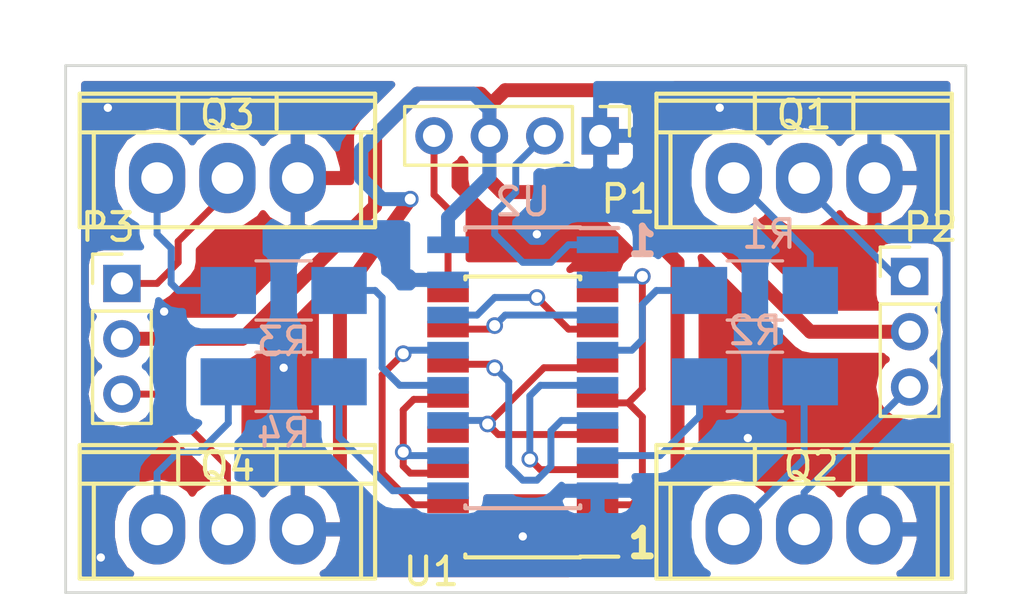
<source format=kicad_pcb>
(kicad_pcb (version 4) (host pcbnew 4.0.1-stable)

  (general
    (links 46)
    (no_connects 1)
    (area 125.701667 73.885666 179.352334 105.115)
    (thickness 1.6)
    (drawings 6)
    (tracks 159)
    (zones 0)
    (modules 21)
    (nets 25)
  )

  (page A4)
  (layers
    (0 F.Cu signal)
    (31 B.Cu signal)
    (32 B.Adhes user)
    (33 F.Adhes user)
    (34 B.Paste user hide)
    (35 F.Paste user)
    (36 B.SilkS user hide)
    (37 F.SilkS user)
    (38 B.Mask user hide)
    (39 F.Mask user)
    (40 Dwgs.User user)
    (41 Cmts.User user hide)
    (42 Eco1.User user)
    (43 Eco2.User user)
    (44 Edge.Cuts user)
    (45 Margin user)
    (46 B.CrtYd user hide)
    (47 F.CrtYd user)
    (48 B.Fab user hide)
    (49 F.Fab user)
  )

  (setup
    (last_trace_width 0.25)
    (trace_clearance 0.2)
    (zone_clearance 0.508)
    (zone_45_only yes)
    (trace_min 0.2)
    (segment_width 0.2)
    (edge_width 0.1)
    (via_size 0.6)
    (via_drill 0.4)
    (via_min_size 0.4)
    (via_min_drill 0.3)
    (uvia_size 0.3)
    (uvia_drill 0.1)
    (uvias_allowed no)
    (uvia_min_size 0.2)
    (uvia_min_drill 0.1)
    (pcb_text_width 0.3)
    (pcb_text_size 1.5 1.5)
    (mod_edge_width 0.15)
    (mod_text_size 1 1)
    (mod_text_width 0.15)
    (pad_size 0.6 0.6)
    (pad_drill 0.3)
    (pad_to_mask_clearance 0)
    (aux_axis_origin 0 0)
    (visible_elements 7FFFFB9F)
    (pcbplotparams
      (layerselection 0x00030_80000001)
      (usegerberextensions false)
      (excludeedgelayer true)
      (linewidth 0.100000)
      (plotframeref false)
      (viasonmask false)
      (mode 1)
      (useauxorigin false)
      (hpglpennumber 1)
      (hpglpenspeed 20)
      (hpglpendiameter 15)
      (hpglpenoverlay 2)
      (psnegative false)
      (psa4output false)
      (plotreference true)
      (plotvalue true)
      (plotinvisibletext false)
      (padsonsilk false)
      (subtractmaskfromsilk false)
      (outputformat 1)
      (mirror false)
      (drillshape 1)
      (scaleselection 1)
      (outputdirectory ""))
  )

  (net 0 "")
  (net 1 /Coil1+)
  (net 2 GND)
  (net 3 "Net-(Q1-Pad1)")
  (net 4 /Coil1-)
  (net 5 "Net-(Q2-Pad1)")
  (net 6 /Coil2+)
  (net 7 "Net-(Q3-Pad1)")
  (net 8 /Coil2-)
  (net 9 "Net-(Q4-Pad1)")
  (net 10 "Net-(R1-Pad2)")
  (net 11 "Net-(R2-Pad2)")
  (net 12 "Net-(R3-Pad2)")
  (net 13 "Net-(R4-Pad2)")
  (net 14 VCC)
  (net 15 /B1+)
  (net 16 /B1-)
  (net 17 /A1+)
  (net 18 /A1-)
  (net 19 /CLK)
  (net 20 /A2-)
  (net 21 /A2+)
  (net 22 /B2-)
  (net 23 /B2+)
  (net 24 /DIR)

  (net_class Default "This is the default net class."
    (clearance 0.2)
    (trace_width 0.25)
    (via_dia 0.6)
    (via_drill 0.4)
    (uvia_dia 0.3)
    (uvia_drill 0.1)
    (add_net /A1+)
    (add_net /A1-)
    (add_net /A2+)
    (add_net /A2-)
    (add_net /B1+)
    (add_net /B1-)
    (add_net /B2+)
    (add_net /B2-)
    (add_net /CLK)
    (add_net /Coil1+)
    (add_net /Coil1-)
    (add_net /Coil2+)
    (add_net /Coil2-)
    (add_net /DIR)
    (add_net GND)
    (add_net "Net-(Q1-Pad1)")
    (add_net "Net-(Q2-Pad1)")
    (add_net "Net-(Q3-Pad1)")
    (add_net "Net-(Q4-Pad1)")
    (add_net "Net-(R1-Pad2)")
    (add_net "Net-(R2-Pad2)")
    (add_net "Net-(R3-Pad2)")
    (add_net "Net-(R4-Pad2)")
  )

  (net_class VCC ""
    (clearance 0.2)
    (trace_width 0.504)
    (via_dia 0.6)
    (via_drill 0.4)
    (uvia_dia 0.3)
    (uvia_drill 0.1)
    (add_net VCC)
  )

  (module VIA-0.6mm (layer F.Cu) (tedit 5920F945) (tstamp 5920F928)
    (at 139.954 92.71)
    (fp_text reference REF** (at 0 0.5) (layer F.SilkS) hide
      (effects (font (size 1 1) (thickness 0.15)))
    )
    (fp_text value VIA-0.6mm (at 0 -0.5) (layer F.Fab) hide
      (effects (font (size 1 1) (thickness 0.15)))
    )
    (pad 1 thru_hole circle (at 0 0) (size 0.6 0.6) (drill 0.3) (layers *.Cu)
      (net 2 GND) (zone_connect 2))
  )

  (module VIA-0.6mm (layer F.Cu) (tedit 5920F8C5) (tstamp 5920F8BE)
    (at 144.272 94.742)
    (fp_text reference REF** (at 0 0.5) (layer F.SilkS) hide
      (effects (font (size 1 1) (thickness 0.15)))
    )
    (fp_text value VIA-0.6mm (at 0 -0.5) (layer F.Fab) hide
      (effects (font (size 1 1) (thickness 0.15)))
    )
    (pad 1 thru_hole circle (at 0 0) (size 0.6 0.6) (drill 0.3) (layers *.Cu)
      (net 2 GND) (zone_connect 2))
  )

  (module VIA-0.6mm (layer F.Cu) (tedit 5920F885) (tstamp 5920F7DD)
    (at 152.908 100.838)
    (fp_text reference REF** (at 0 0.5) (layer F.SilkS) hide
      (effects (font (size 1 1) (thickness 0.15)))
    )
    (fp_text value VIA-0.6mm (at 0 -0.5) (layer F.Fab) hide
      (effects (font (size 1 1) (thickness 0.15)))
    )
    (pad 1 thru_hole circle (at 0 0) (size 0.6 0.6) (drill 0.3) (layers *.Cu)
      (net 2 GND) (zone_connect 2))
  )

  (module VIA-0.6mm (layer F.Cu) (tedit 5920F879) (tstamp 5920F7D8)
    (at 137.922 85.344)
    (fp_text reference REF** (at 0 0.5) (layer F.SilkS) hide
      (effects (font (size 1 1) (thickness 0.15)))
    )
    (fp_text value VIA-0.6mm (at 0 -0.5) (layer F.Fab) hide
      (effects (font (size 1 1) (thickness 0.15)))
    )
    (pad 1 thru_hole circle (at 0 0) (size 0.6 0.6) (drill 0.3) (layers *.Cu)
      (net 2 GND) (zone_connect 2))
  )

  (module VIA-0.6mm (layer F.Cu) (tedit 5920F894) (tstamp 5920F7D3)
    (at 161.036 97.282)
    (fp_text reference REF** (at 0 0.5) (layer F.SilkS) hide
      (effects (font (size 1 1) (thickness 0.15)))
    )
    (fp_text value VIA-0.6mm (at 0 -0.5) (layer F.Fab) hide
      (effects (font (size 1 1) (thickness 0.15)))
    )
    (pad 1 thru_hole circle (at 0 0) (size 0.6 0.6) (drill 0.3) (layers *.Cu)
      (net 2 GND) (zone_connect 2))
  )

  (module VIA-0.6mm (layer F.Cu) (tedit 5920F8A0) (tstamp 5920F7CE)
    (at 160.02 85.344)
    (fp_text reference REF** (at 0 0.5) (layer F.SilkS) hide
      (effects (font (size 1 1) (thickness 0.15)))
    )
    (fp_text value VIA-0.6mm (at 0 -0.5) (layer F.Fab) hide
      (effects (font (size 1 1) (thickness 0.15)))
    )
    (pad 1 thru_hole circle (at 0 0) (size 0.6 0.6) (drill 0.3) (layers *.Cu)
      (net 2 GND) (zone_connect 2))
  )

  (module VIA-0.6mm (layer F.Cu) (tedit 5920F7A8) (tstamp 5920F6AA)
    (at 137.668 101.6)
    (fp_text reference REF** (at 0 0.5) (layer F.SilkS) hide
      (effects (font (size 1 1) (thickness 0.15)))
    )
    (fp_text value VIA-0.6mm (at 0 -0.5) (layer F.Fab) hide
      (effects (font (size 1 1) (thickness 0.15)))
    )
    (pad 1 thru_hole circle (at 0 0) (size 0.6 0.6) (drill 0.3) (layers *.Cu)
      (net 2 GND) (zone_connect 2))
  )

  (module VIA-0.6mm (layer F.Cu) (tedit 5920F72F) (tstamp 5920F59D)
    (at 153.416 89.916)
    (fp_text reference REF** (at 0 0.5) (layer F.SilkS) hide
      (effects (font (size 1 1) (thickness 0.15)))
    )
    (fp_text value VIA-0.6mm (at 0 -0.5) (layer F.Fab) hide
      (effects (font (size 1 1) (thickness 0.15)))
    )
    (pad 1 thru_hole circle (at 0 0) (size 0.6 0.6) (drill 0.3) (layers *.Cu)
      (net 2 GND) (zone_connect 2))
  )

  (module Power_Integrations:TO-220 (layer F.Cu) (tedit 5913D8AC) (tstamp 590AB2D4)
    (at 163.068 87.884)
    (descr "Non Isolated JEDEC TO-220 Package")
    (tags "Power Integration YN Package")
    (path /57217636)
    (fp_text reference Q1 (at 0 -2.286) (layer F.SilkS)
      (effects (font (size 1 1) (thickness 0.15)))
    )
    (fp_text value TIP120 (at 0.508 -5.08) (layer F.Fab)
      (effects (font (size 1 1) (thickness 0.15)))
    )
    (fp_line (start 4.826 -1.651) (end 4.826 1.778) (layer F.SilkS) (width 0.15))
    (fp_line (start -4.826 -1.651) (end -4.826 1.778) (layer F.SilkS) (width 0.15))
    (fp_line (start 5.334 -2.794) (end -5.334 -2.794) (layer F.SilkS) (width 0.15))
    (fp_line (start 1.778 -1.778) (end 1.778 -3.048) (layer F.SilkS) (width 0.15))
    (fp_line (start -1.778 -1.778) (end -1.778 -3.048) (layer F.SilkS) (width 0.15))
    (fp_line (start -5.334 -1.651) (end 5.334 -1.651) (layer F.SilkS) (width 0.15))
    (fp_line (start 5.334 1.778) (end -5.334 1.778) (layer F.SilkS) (width 0.15))
    (fp_line (start -5.334 -3.048) (end -5.334 1.778) (layer F.SilkS) (width 0.15))
    (fp_line (start 5.334 -3.048) (end 5.334 1.778) (layer F.SilkS) (width 0.15))
    (fp_line (start 5.334 -3.048) (end -5.334 -3.048) (layer F.SilkS) (width 0.15))
    (pad 2 thru_hole oval (at 0 0) (size 2.032 2.54) (drill 1.143) (layers *.Cu *.Mask)
      (net 1 /Coil1+))
    (pad 3 thru_hole oval (at 2.54 0) (size 2.032 2.54) (drill 1.143) (layers *.Cu *.Mask)
      (net 2 GND))
    (pad 1 thru_hole oval (at -2.54 0) (size 2.032 2.54) (drill 1.143) (layers *.Cu *.Mask)
      (net 3 "Net-(Q1-Pad1)"))
  )

  (module Power_Integrations:TO-220 (layer F.Cu) (tedit 5913D8AA) (tstamp 590AB2E5)
    (at 163.068 100.584)
    (descr "Non Isolated JEDEC TO-220 Package")
    (tags "Power Integration YN Package")
    (path /57217280)
    (fp_text reference Q2 (at 0.254 -2.286) (layer F.SilkS)
      (effects (font (size 1 1) (thickness 0.15)))
    )
    (fp_text value TIP120 (at 0 3.556) (layer F.Fab)
      (effects (font (size 1 1) (thickness 0.15)))
    )
    (fp_line (start 4.826 -1.651) (end 4.826 1.778) (layer F.SilkS) (width 0.15))
    (fp_line (start -4.826 -1.651) (end -4.826 1.778) (layer F.SilkS) (width 0.15))
    (fp_line (start 5.334 -2.794) (end -5.334 -2.794) (layer F.SilkS) (width 0.15))
    (fp_line (start 1.778 -1.778) (end 1.778 -3.048) (layer F.SilkS) (width 0.15))
    (fp_line (start -1.778 -1.778) (end -1.778 -3.048) (layer F.SilkS) (width 0.15))
    (fp_line (start -5.334 -1.651) (end 5.334 -1.651) (layer F.SilkS) (width 0.15))
    (fp_line (start 5.334 1.778) (end -5.334 1.778) (layer F.SilkS) (width 0.15))
    (fp_line (start -5.334 -3.048) (end -5.334 1.778) (layer F.SilkS) (width 0.15))
    (fp_line (start 5.334 -3.048) (end 5.334 1.778) (layer F.SilkS) (width 0.15))
    (fp_line (start 5.334 -3.048) (end -5.334 -3.048) (layer F.SilkS) (width 0.15))
    (pad 2 thru_hole oval (at 0 0) (size 2.032 2.54) (drill 1.143) (layers *.Cu *.Mask)
      (net 4 /Coil1-))
    (pad 3 thru_hole oval (at 2.54 0) (size 2.032 2.54) (drill 1.143) (layers *.Cu *.Mask)
      (net 2 GND))
    (pad 1 thru_hole oval (at -2.54 0) (size 2.032 2.54) (drill 1.143) (layers *.Cu *.Mask)
      (net 5 "Net-(Q2-Pad1)"))
  )

  (module Power_Integrations:TO-220 (layer F.Cu) (tedit 5913D8A3) (tstamp 590AB2F6)
    (at 142.24 87.884)
    (descr "Non Isolated JEDEC TO-220 Package")
    (tags "Power Integration YN Package")
    (path /57217303)
    (fp_text reference Q3 (at 0 -2.286) (layer F.SilkS)
      (effects (font (size 1 1) (thickness 0.15)))
    )
    (fp_text value TIP120 (at 0.254 -5.334) (layer F.Fab)
      (effects (font (size 1 1) (thickness 0.15)))
    )
    (fp_line (start 4.826 -1.651) (end 4.826 1.778) (layer F.SilkS) (width 0.15))
    (fp_line (start -4.826 -1.651) (end -4.826 1.778) (layer F.SilkS) (width 0.15))
    (fp_line (start 5.334 -2.794) (end -5.334 -2.794) (layer F.SilkS) (width 0.15))
    (fp_line (start 1.778 -1.778) (end 1.778 -3.048) (layer F.SilkS) (width 0.15))
    (fp_line (start -1.778 -1.778) (end -1.778 -3.048) (layer F.SilkS) (width 0.15))
    (fp_line (start -5.334 -1.651) (end 5.334 -1.651) (layer F.SilkS) (width 0.15))
    (fp_line (start 5.334 1.778) (end -5.334 1.778) (layer F.SilkS) (width 0.15))
    (fp_line (start -5.334 -3.048) (end -5.334 1.778) (layer F.SilkS) (width 0.15))
    (fp_line (start 5.334 -3.048) (end 5.334 1.778) (layer F.SilkS) (width 0.15))
    (fp_line (start 5.334 -3.048) (end -5.334 -3.048) (layer F.SilkS) (width 0.15))
    (pad 2 thru_hole oval (at 0 0) (size 2.032 2.54) (drill 1.143) (layers *.Cu *.Mask)
      (net 6 /Coil2+))
    (pad 3 thru_hole oval (at 2.54 0) (size 2.032 2.54) (drill 1.143) (layers *.Cu *.Mask)
      (net 2 GND))
    (pad 1 thru_hole oval (at -2.54 0) (size 2.032 2.54) (drill 1.143) (layers *.Cu *.Mask)
      (net 7 "Net-(Q3-Pad1)"))
  )

  (module Power_Integrations:TO-220 (layer F.Cu) (tedit 5913D8A6) (tstamp 590AB307)
    (at 142.24 100.584)
    (descr "Non Isolated JEDEC TO-220 Package")
    (tags "Power Integration YN Package")
    (path /572173B5)
    (fp_text reference Q4 (at 0 -2.286) (layer F.SilkS)
      (effects (font (size 1 1) (thickness 0.15)))
    )
    (fp_text value TIP120 (at -0.508 3.302) (layer F.Fab)
      (effects (font (size 1 1) (thickness 0.15)))
    )
    (fp_line (start 4.826 -1.651) (end 4.826 1.778) (layer F.SilkS) (width 0.15))
    (fp_line (start -4.826 -1.651) (end -4.826 1.778) (layer F.SilkS) (width 0.15))
    (fp_line (start 5.334 -2.794) (end -5.334 -2.794) (layer F.SilkS) (width 0.15))
    (fp_line (start 1.778 -1.778) (end 1.778 -3.048) (layer F.SilkS) (width 0.15))
    (fp_line (start -1.778 -1.778) (end -1.778 -3.048) (layer F.SilkS) (width 0.15))
    (fp_line (start -5.334 -1.651) (end 5.334 -1.651) (layer F.SilkS) (width 0.15))
    (fp_line (start 5.334 1.778) (end -5.334 1.778) (layer F.SilkS) (width 0.15))
    (fp_line (start -5.334 -3.048) (end -5.334 1.778) (layer F.SilkS) (width 0.15))
    (fp_line (start 5.334 -3.048) (end 5.334 1.778) (layer F.SilkS) (width 0.15))
    (fp_line (start 5.334 -3.048) (end -5.334 -3.048) (layer F.SilkS) (width 0.15))
    (pad 2 thru_hole oval (at 0 0) (size 2.032 2.54) (drill 1.143) (layers *.Cu *.Mask)
      (net 8 /Coil2-))
    (pad 3 thru_hole oval (at 2.54 0) (size 2.032 2.54) (drill 1.143) (layers *.Cu *.Mask)
      (net 2 GND))
    (pad 1 thru_hole oval (at -2.54 0) (size 2.032 2.54) (drill 1.143) (layers *.Cu *.Mask)
      (net 9 "Net-(Q4-Pad1)"))
  )

  (module Resistors_SMD:R_1206_HandSoldering (layer B.Cu) (tedit 5913D93B) (tstamp 590AB318)
    (at 161.29 91.948 180)
    (descr "Resistor SMD 1206, hand soldering")
    (tags "resistor 1206")
    (path /571EEB1C)
    (attr smd)
    (fp_text reference R1 (at -0.508 2.032 180) (layer B.SilkS)
      (effects (font (size 1 1) (thickness 0.15)) (justify mirror))
    )
    (fp_text value 180 (at -3.81 0 180) (layer B.Fab)
      (effects (font (size 1 1) (thickness 0.15)) (justify mirror))
    )
    (fp_text user %R (at 0 0 180) (layer B.Fab)
      (effects (font (size 0.7 0.7) (thickness 0.105)) (justify mirror))
    )
    (fp_line (start -1.6 -0.8) (end -1.6 0.8) (layer B.Fab) (width 0.1))
    (fp_line (start 1.6 -0.8) (end -1.6 -0.8) (layer B.Fab) (width 0.1))
    (fp_line (start 1.6 0.8) (end 1.6 -0.8) (layer B.Fab) (width 0.1))
    (fp_line (start -1.6 0.8) (end 1.6 0.8) (layer B.Fab) (width 0.1))
    (fp_line (start 1 -1.07) (end -1 -1.07) (layer B.SilkS) (width 0.12))
    (fp_line (start -1 1.07) (end 1 1.07) (layer B.SilkS) (width 0.12))
    (fp_line (start -3.25 1.11) (end 3.25 1.11) (layer B.CrtYd) (width 0.05))
    (fp_line (start -3.25 1.11) (end -3.25 -1.1) (layer B.CrtYd) (width 0.05))
    (fp_line (start 3.25 -1.1) (end 3.25 1.11) (layer B.CrtYd) (width 0.05))
    (fp_line (start 3.25 -1.1) (end -3.25 -1.1) (layer B.CrtYd) (width 0.05))
    (pad 1 smd rect (at -2 0 180) (size 2 1.7) (layers B.Cu B.Paste B.Mask)
      (net 3 "Net-(Q1-Pad1)"))
    (pad 2 smd rect (at 2 0 180) (size 2 1.7) (layers B.Cu B.Paste B.Mask)
      (net 10 "Net-(R1-Pad2)"))
    (model ${KISYS3DMOD}/Resistors_SMD.3dshapes/R_1206.wrl
      (at (xyz 0 0 0))
      (scale (xyz 1 1 1))
      (rotate (xyz 0 0 0))
    )
  )

  (module Resistors_SMD:R_1206_HandSoldering (layer B.Cu) (tedit 5913D93E) (tstamp 590AB329)
    (at 161.29 95.25 180)
    (descr "Resistor SMD 1206, hand soldering")
    (tags "resistor 1206")
    (path /571EECCE)
    (attr smd)
    (fp_text reference R2 (at 0 1.85 180) (layer B.SilkS)
      (effects (font (size 1 1) (thickness 0.15)) (justify mirror))
    )
    (fp_text value 180 (at -3.556 0 180) (layer B.Fab)
      (effects (font (size 1 1) (thickness 0.15)) (justify mirror))
    )
    (fp_text user %R (at 0 0 180) (layer B.Fab)
      (effects (font (size 0.7 0.7) (thickness 0.105)) (justify mirror))
    )
    (fp_line (start -1.6 -0.8) (end -1.6 0.8) (layer B.Fab) (width 0.1))
    (fp_line (start 1.6 -0.8) (end -1.6 -0.8) (layer B.Fab) (width 0.1))
    (fp_line (start 1.6 0.8) (end 1.6 -0.8) (layer B.Fab) (width 0.1))
    (fp_line (start -1.6 0.8) (end 1.6 0.8) (layer B.Fab) (width 0.1))
    (fp_line (start 1 -1.07) (end -1 -1.07) (layer B.SilkS) (width 0.12))
    (fp_line (start -1 1.07) (end 1 1.07) (layer B.SilkS) (width 0.12))
    (fp_line (start -3.25 1.11) (end 3.25 1.11) (layer B.CrtYd) (width 0.05))
    (fp_line (start -3.25 1.11) (end -3.25 -1.1) (layer B.CrtYd) (width 0.05))
    (fp_line (start 3.25 -1.1) (end 3.25 1.11) (layer B.CrtYd) (width 0.05))
    (fp_line (start 3.25 -1.1) (end -3.25 -1.1) (layer B.CrtYd) (width 0.05))
    (pad 1 smd rect (at -2 0 180) (size 2 1.7) (layers B.Cu B.Paste B.Mask)
      (net 5 "Net-(Q2-Pad1)"))
    (pad 2 smd rect (at 2 0 180) (size 2 1.7) (layers B.Cu B.Paste B.Mask)
      (net 11 "Net-(R2-Pad2)"))
    (model ${KISYS3DMOD}/Resistors_SMD.3dshapes/R_1206.wrl
      (at (xyz 0 0 0))
      (scale (xyz 1 1 1))
      (rotate (xyz 0 0 0))
    )
  )

  (module Resistors_SMD:R_1206_HandSoldering (layer B.Cu) (tedit 5913D937) (tstamp 590AB33A)
    (at 144.272 91.948)
    (descr "Resistor SMD 1206, hand soldering")
    (tags "resistor 1206")
    (path /571EED22)
    (attr smd)
    (fp_text reference R3 (at 0 1.85) (layer B.SilkS)
      (effects (font (size 1 1) (thickness 0.15)) (justify mirror))
    )
    (fp_text value 180 (at -4.064 0) (layer B.Fab)
      (effects (font (size 1 1) (thickness 0.15)) (justify mirror))
    )
    (fp_text user %R (at 0 0) (layer B.Fab)
      (effects (font (size 0.7 0.7) (thickness 0.105)) (justify mirror))
    )
    (fp_line (start -1.6 -0.8) (end -1.6 0.8) (layer B.Fab) (width 0.1))
    (fp_line (start 1.6 -0.8) (end -1.6 -0.8) (layer B.Fab) (width 0.1))
    (fp_line (start 1.6 0.8) (end 1.6 -0.8) (layer B.Fab) (width 0.1))
    (fp_line (start -1.6 0.8) (end 1.6 0.8) (layer B.Fab) (width 0.1))
    (fp_line (start 1 -1.07) (end -1 -1.07) (layer B.SilkS) (width 0.12))
    (fp_line (start -1 1.07) (end 1 1.07) (layer B.SilkS) (width 0.12))
    (fp_line (start -3.25 1.11) (end 3.25 1.11) (layer B.CrtYd) (width 0.05))
    (fp_line (start -3.25 1.11) (end -3.25 -1.1) (layer B.CrtYd) (width 0.05))
    (fp_line (start 3.25 -1.1) (end 3.25 1.11) (layer B.CrtYd) (width 0.05))
    (fp_line (start 3.25 -1.1) (end -3.25 -1.1) (layer B.CrtYd) (width 0.05))
    (pad 1 smd rect (at -2 0) (size 2 1.7) (layers B.Cu B.Paste B.Mask)
      (net 7 "Net-(Q3-Pad1)"))
    (pad 2 smd rect (at 2 0) (size 2 1.7) (layers B.Cu B.Paste B.Mask)
      (net 12 "Net-(R3-Pad2)"))
    (model ${KISYS3DMOD}/Resistors_SMD.3dshapes/R_1206.wrl
      (at (xyz 0 0 0))
      (scale (xyz 1 1 1))
      (rotate (xyz 0 0 0))
    )
  )

  (module Resistors_SMD:R_1206_HandSoldering (layer B.Cu) (tedit 5913D935) (tstamp 590AB34B)
    (at 144.272 95.25)
    (descr "Resistor SMD 1206, hand soldering")
    (tags "resistor 1206")
    (path /571EED28)
    (attr smd)
    (fp_text reference R4 (at 0 1.85) (layer B.SilkS)
      (effects (font (size 1 1) (thickness 0.15)) (justify mirror))
    )
    (fp_text value 180 (at -4.064 0) (layer B.Fab)
      (effects (font (size 1 1) (thickness 0.15)) (justify mirror))
    )
    (fp_text user %R (at 0 0) (layer B.Fab)
      (effects (font (size 0.7 0.7) (thickness 0.105)) (justify mirror))
    )
    (fp_line (start -1.6 -0.8) (end -1.6 0.8) (layer B.Fab) (width 0.1))
    (fp_line (start 1.6 -0.8) (end -1.6 -0.8) (layer B.Fab) (width 0.1))
    (fp_line (start 1.6 0.8) (end 1.6 -0.8) (layer B.Fab) (width 0.1))
    (fp_line (start -1.6 0.8) (end 1.6 0.8) (layer B.Fab) (width 0.1))
    (fp_line (start 1 -1.07) (end -1 -1.07) (layer B.SilkS) (width 0.12))
    (fp_line (start -1 1.07) (end 1 1.07) (layer B.SilkS) (width 0.12))
    (fp_line (start -3.25 1.11) (end 3.25 1.11) (layer B.CrtYd) (width 0.05))
    (fp_line (start -3.25 1.11) (end -3.25 -1.1) (layer B.CrtYd) (width 0.05))
    (fp_line (start 3.25 -1.1) (end 3.25 1.11) (layer B.CrtYd) (width 0.05))
    (fp_line (start 3.25 -1.1) (end -3.25 -1.1) (layer B.CrtYd) (width 0.05))
    (pad 1 smd rect (at -2 0) (size 2 1.7) (layers B.Cu B.Paste B.Mask)
      (net 9 "Net-(Q4-Pad1)"))
    (pad 2 smd rect (at 2 0) (size 2 1.7) (layers B.Cu B.Paste B.Mask)
      (net 13 "Net-(R4-Pad2)"))
    (model ${KISYS3DMOD}/Resistors_SMD.3dshapes/R_1206.wrl
      (at (xyz 0 0 0))
      (scale (xyz 1 1 1))
      (rotate (xyz 0 0 0))
    )
  )

  (module Housings_SOIC:SOIC-16_3.9x9.9mm_Pitch1.27mm (layer F.Cu) (tedit 5913D849) (tstamp 590AB370)
    (at 152.908 96.52 180)
    (descr "16-Lead Plastic Small Outline (SL) - Narrow, 3.90 mm Body [SOIC] (see Microchip Packaging Specification 00000049BS.pdf)")
    (tags "SOIC 1.27")
    (path /56F9A966)
    (attr smd)
    (fp_text reference U1 (at 3.302 -5.588 180) (layer F.SilkS)
      (effects (font (size 1 1) (thickness 0.15)))
    )
    (fp_text value 74LS175 (at 0 6 180) (layer F.Fab)
      (effects (font (size 1 1) (thickness 0.15)))
    )
    (fp_text user %R (at 0 0 180) (layer F.Fab)
      (effects (font (size 0.9 0.9) (thickness 0.135)))
    )
    (fp_line (start -0.95 -4.95) (end 1.95 -4.95) (layer F.Fab) (width 0.15))
    (fp_line (start 1.95 -4.95) (end 1.95 4.95) (layer F.Fab) (width 0.15))
    (fp_line (start 1.95 4.95) (end -1.95 4.95) (layer F.Fab) (width 0.15))
    (fp_line (start -1.95 4.95) (end -1.95 -3.95) (layer F.Fab) (width 0.15))
    (fp_line (start -1.95 -3.95) (end -0.95 -4.95) (layer F.Fab) (width 0.15))
    (fp_line (start -3.7 -5.25) (end -3.7 5.25) (layer F.CrtYd) (width 0.05))
    (fp_line (start 3.7 -5.25) (end 3.7 5.25) (layer F.CrtYd) (width 0.05))
    (fp_line (start -3.7 -5.25) (end 3.7 -5.25) (layer F.CrtYd) (width 0.05))
    (fp_line (start -3.7 5.25) (end 3.7 5.25) (layer F.CrtYd) (width 0.05))
    (fp_line (start -2.075 -5.075) (end -2.075 -5.05) (layer F.SilkS) (width 0.15))
    (fp_line (start 2.075 -5.075) (end 2.075 -4.97) (layer F.SilkS) (width 0.15))
    (fp_line (start 2.075 5.075) (end 2.075 4.97) (layer F.SilkS) (width 0.15))
    (fp_line (start -2.075 5.075) (end -2.075 4.97) (layer F.SilkS) (width 0.15))
    (fp_line (start -2.075 -5.075) (end 2.075 -5.075) (layer F.SilkS) (width 0.15))
    (fp_line (start -2.075 5.075) (end 2.075 5.075) (layer F.SilkS) (width 0.15))
    (fp_line (start -2.075 -5.05) (end -3.45 -5.05) (layer F.SilkS) (width 0.15))
    (pad 1 smd rect (at -2.7 -4.445 180) (size 1.5 0.6) (layers F.Cu F.Paste F.Mask)
      (net 14 VCC))
    (pad 2 smd rect (at -2.7 -3.175 180) (size 1.5 0.6) (layers F.Cu F.Paste F.Mask)
      (net 15 /B1+))
    (pad 3 smd rect (at -2.7 -1.905 180) (size 1.5 0.6) (layers F.Cu F.Paste F.Mask)
      (net 16 /B1-))
    (pad 4 smd rect (at -2.7 -0.635 180) (size 1.5 0.6) (layers F.Cu F.Paste F.Mask)
      (net 17 /A1+))
    (pad 5 smd rect (at -2.7 0.635 180) (size 1.5 0.6) (layers F.Cu F.Paste F.Mask)
      (net 15 /B1+))
    (pad 6 smd rect (at -2.7 1.905 180) (size 1.5 0.6) (layers F.Cu F.Paste F.Mask)
      (net 17 /A1+))
    (pad 7 smd rect (at -2.7 3.175 180) (size 1.5 0.6) (layers F.Cu F.Paste F.Mask)
      (net 18 /A1-))
    (pad 8 smd rect (at -2.7 4.445 180) (size 1.5 0.6) (layers F.Cu F.Paste F.Mask)
      (net 2 GND))
    (pad 9 smd rect (at 2.7 4.445 180) (size 1.5 0.6) (layers F.Cu F.Paste F.Mask)
      (net 19 /CLK))
    (pad 10 smd rect (at 2.7 3.175 180) (size 1.5 0.6) (layers F.Cu F.Paste F.Mask)
      (net 20 /A2-))
    (pad 11 smd rect (at 2.7 1.905 180) (size 1.5 0.6) (layers F.Cu F.Paste F.Mask)
      (net 21 /A2+))
    (pad 12 smd rect (at 2.7 0.635 180) (size 1.5 0.6) (layers F.Cu F.Paste F.Mask)
      (net 22 /B2-))
    (pad 13 smd rect (at 2.7 -0.635 180) (size 1.5 0.6) (layers F.Cu F.Paste F.Mask)
      (net 20 /A2-))
    (pad 14 smd rect (at 2.7 -1.905 180) (size 1.5 0.6) (layers F.Cu F.Paste F.Mask)
      (net 22 /B2-))
    (pad 15 smd rect (at 2.7 -3.175 180) (size 1.5 0.6) (layers F.Cu F.Paste F.Mask)
      (net 23 /B2+))
    (pad 16 smd rect (at 2.7 -4.445 180) (size 1.5 0.6) (layers F.Cu F.Paste F.Mask)
      (net 14 VCC))
    (model Housings_SOIC.3dshapes/SOIC-16_3.9x9.9mm_Pitch1.27mm.wrl
      (at (xyz 0 0 0))
      (scale (xyz 1 1 1))
      (rotate (xyz 0 0 0))
    )
  )

  (module Housings_SOIC:SOIC-16_3.9x9.9mm_Pitch1.27mm (layer B.Cu) (tedit 58CC8F64) (tstamp 590AB395)
    (at 152.908 94.742 180)
    (descr "16-Lead Plastic Small Outline (SL) - Narrow, 3.90 mm Body [SOIC] (see Microchip Packaging Specification 00000049BS.pdf)")
    (tags "SOIC 1.27")
    (path /571E5331)
    (attr smd)
    (fp_text reference U2 (at 0 6 180) (layer B.SilkS)
      (effects (font (size 1 1) (thickness 0.15)) (justify mirror))
    )
    (fp_text value 74LS157 (at 0 -6 180) (layer B.Fab)
      (effects (font (size 1 1) (thickness 0.15)) (justify mirror))
    )
    (fp_text user %R (at 0 0 180) (layer B.Fab)
      (effects (font (size 0.9 0.9) (thickness 0.135)) (justify mirror))
    )
    (fp_line (start -0.95 4.95) (end 1.95 4.95) (layer B.Fab) (width 0.15))
    (fp_line (start 1.95 4.95) (end 1.95 -4.95) (layer B.Fab) (width 0.15))
    (fp_line (start 1.95 -4.95) (end -1.95 -4.95) (layer B.Fab) (width 0.15))
    (fp_line (start -1.95 -4.95) (end -1.95 3.95) (layer B.Fab) (width 0.15))
    (fp_line (start -1.95 3.95) (end -0.95 4.95) (layer B.Fab) (width 0.15))
    (fp_line (start -3.7 5.25) (end -3.7 -5.25) (layer B.CrtYd) (width 0.05))
    (fp_line (start 3.7 5.25) (end 3.7 -5.25) (layer B.CrtYd) (width 0.05))
    (fp_line (start -3.7 5.25) (end 3.7 5.25) (layer B.CrtYd) (width 0.05))
    (fp_line (start -3.7 -5.25) (end 3.7 -5.25) (layer B.CrtYd) (width 0.05))
    (fp_line (start -2.075 5.075) (end -2.075 5.05) (layer B.SilkS) (width 0.15))
    (fp_line (start 2.075 5.075) (end 2.075 4.97) (layer B.SilkS) (width 0.15))
    (fp_line (start 2.075 -5.075) (end 2.075 -4.97) (layer B.SilkS) (width 0.15))
    (fp_line (start -2.075 -5.075) (end -2.075 -4.97) (layer B.SilkS) (width 0.15))
    (fp_line (start -2.075 5.075) (end 2.075 5.075) (layer B.SilkS) (width 0.15))
    (fp_line (start -2.075 -5.075) (end 2.075 -5.075) (layer B.SilkS) (width 0.15))
    (fp_line (start -2.075 5.05) (end -3.45 5.05) (layer B.SilkS) (width 0.15))
    (pad 1 smd rect (at -2.7 4.445 180) (size 1.5 0.6) (layers B.Cu B.Paste B.Mask)
      (net 24 /DIR))
    (pad 2 smd rect (at -2.7 3.175 180) (size 1.5 0.6) (layers B.Cu B.Paste B.Mask)
      (net 15 /B1+))
    (pad 3 smd rect (at -2.7 1.905 180) (size 1.5 0.6) (layers B.Cu B.Paste B.Mask)
      (net 20 /A2-))
    (pad 4 smd rect (at -2.7 0.635 180) (size 1.5 0.6) (layers B.Cu B.Paste B.Mask)
      (net 10 "Net-(R1-Pad2)"))
    (pad 5 smd rect (at -2.7 -0.635 180) (size 1.5 0.6) (layers B.Cu B.Paste B.Mask)
      (net 16 /B1-))
    (pad 6 smd rect (at -2.7 -1.905 180) (size 1.5 0.6) (layers B.Cu B.Paste B.Mask)
      (net 21 /A2+))
    (pad 7 smd rect (at -2.7 -3.175 180) (size 1.5 0.6) (layers B.Cu B.Paste B.Mask)
      (net 11 "Net-(R2-Pad2)"))
    (pad 8 smd rect (at -2.7 -4.445 180) (size 1.5 0.6) (layers B.Cu B.Paste B.Mask)
      (net 2 GND))
    (pad 9 smd rect (at 2.7 -4.445 180) (size 1.5 0.6) (layers B.Cu B.Paste B.Mask)
      (net 13 "Net-(R4-Pad2)"))
    (pad 10 smd rect (at 2.7 -3.175 180) (size 1.5 0.6) (layers B.Cu B.Paste B.Mask)
      (net 22 /B2-))
    (pad 11 smd rect (at 2.7 -1.905 180) (size 1.5 0.6) (layers B.Cu B.Paste B.Mask)
      (net 17 /A1+))
    (pad 12 smd rect (at 2.7 -0.635 180) (size 1.5 0.6) (layers B.Cu B.Paste B.Mask)
      (net 12 "Net-(R3-Pad2)"))
    (pad 13 smd rect (at 2.7 0.635 180) (size 1.5 0.6) (layers B.Cu B.Paste B.Mask)
      (net 23 /B2+))
    (pad 14 smd rect (at 2.7 1.905 180) (size 1.5 0.6) (layers B.Cu B.Paste B.Mask)
      (net 18 /A1-))
    (pad 15 smd rect (at 2.7 3.175 180) (size 1.5 0.6) (layers B.Cu B.Paste B.Mask)
      (net 2 GND))
    (pad 16 smd rect (at 2.7 4.445 180) (size 1.5 0.6) (layers B.Cu B.Paste B.Mask)
      (net 14 VCC))
    (model Housings_SOIC.3dshapes/SOIC-16_3.9x9.9mm_Pitch1.27mm.wrl
      (at (xyz 0 0 0))
      (scale (xyz 1 1 1))
      (rotate (xyz 0 0 0))
    )
  )

  (module Pin_Headers:Pin_Header_Straight_1x04_Pitch2.00mm (layer F.Cu) (tedit 5913D8F8) (tstamp 590AB4BD)
    (at 155.702 86.36 270)
    (descr "Through hole straight pin header, 1x04, 2.00mm pitch, single row")
    (tags "Through hole pin header THT 1x04 2.00mm single row")
    (path /590B304D)
    (fp_text reference P1 (at 2.286 -1.016 360) (layer F.SilkS)
      (effects (font (size 1 1) (thickness 0.15)))
    )
    (fp_text value CONN_01X04 (at -7.366 -0.508 270) (layer F.Fab)
      (effects (font (size 1 1) (thickness 0.15)))
    )
    (fp_line (start -1 -1) (end -1 7) (layer F.Fab) (width 0.1))
    (fp_line (start -1 7) (end 1 7) (layer F.Fab) (width 0.1))
    (fp_line (start 1 7) (end 1 -1) (layer F.Fab) (width 0.1))
    (fp_line (start 1 -1) (end -1 -1) (layer F.Fab) (width 0.1))
    (fp_line (start -1.06 1) (end -1.06 7.06) (layer F.SilkS) (width 0.12))
    (fp_line (start -1.06 7.06) (end 1.06 7.06) (layer F.SilkS) (width 0.12))
    (fp_line (start 1.06 7.06) (end 1.06 1) (layer F.SilkS) (width 0.12))
    (fp_line (start 1.06 1) (end -1.06 1) (layer F.SilkS) (width 0.12))
    (fp_line (start -1.06 0) (end -1.06 -1.06) (layer F.SilkS) (width 0.12))
    (fp_line (start -1.06 -1.06) (end 0 -1.06) (layer F.SilkS) (width 0.12))
    (fp_line (start -1.5 -1.5) (end -1.5 7.5) (layer F.CrtYd) (width 0.05))
    (fp_line (start -1.5 7.5) (end 1.5 7.5) (layer F.CrtYd) (width 0.05))
    (fp_line (start 1.5 7.5) (end 1.5 -1.5) (layer F.CrtYd) (width 0.05))
    (fp_line (start 1.5 -1.5) (end -1.5 -1.5) (layer F.CrtYd) (width 0.05))
    (fp_text user %R (at -3.81 2.794 270) (layer F.Fab)
      (effects (font (size 1 1) (thickness 0.15)))
    )
    (pad 1 thru_hole rect (at 0 0 270) (size 1.35 1.35) (drill 0.8) (layers *.Cu *.Mask)
      (net 2 GND))
    (pad 2 thru_hole oval (at 0 2 270) (size 1.35 1.35) (drill 0.8) (layers *.Cu *.Mask)
      (net 24 /DIR))
    (pad 3 thru_hole oval (at 0 4 270) (size 1.35 1.35) (drill 0.8) (layers *.Cu *.Mask)
      (net 14 VCC))
    (pad 4 thru_hole oval (at 0 6 270) (size 1.35 1.35) (drill 0.8) (layers *.Cu *.Mask)
      (net 19 /CLK))
    (model ${KISYS3DMOD}/Pin_Headers.3dshapes/Pin_Header_Straight_1x04_Pitch2.00mm.wrl
      (at (xyz 0 0 0))
      (scale (xyz 1 1 1))
      (rotate (xyz 0 0 0))
    )
  )

  (module Pin_Headers:Pin_Header_Straight_1x03_Pitch2.00mm (layer F.Cu) (tedit 5913D8E4) (tstamp 590AB4D3)
    (at 166.878 91.44)
    (descr "Through hole straight pin header, 1x03, 2.00mm pitch, single row")
    (tags "Through hole pin header THT 1x03 2.00mm single row")
    (path /590C61A6)
    (fp_text reference P2 (at 0.762 -1.778) (layer F.SilkS)
      (effects (font (size 1 1) (thickness 0.15)))
    )
    (fp_text value CONN_01X03 (at 7.366 2.032) (layer F.Fab)
      (effects (font (size 1 1) (thickness 0.15)))
    )
    (fp_line (start -1 -1) (end -1 5) (layer F.Fab) (width 0.1))
    (fp_line (start -1 5) (end 1 5) (layer F.Fab) (width 0.1))
    (fp_line (start 1 5) (end 1 -1) (layer F.Fab) (width 0.1))
    (fp_line (start 1 -1) (end -1 -1) (layer F.Fab) (width 0.1))
    (fp_line (start -1.06 1) (end -1.06 5.06) (layer F.SilkS) (width 0.12))
    (fp_line (start -1.06 5.06) (end 1.06 5.06) (layer F.SilkS) (width 0.12))
    (fp_line (start 1.06 5.06) (end 1.06 1) (layer F.SilkS) (width 0.12))
    (fp_line (start 1.06 1) (end -1.06 1) (layer F.SilkS) (width 0.12))
    (fp_line (start -1.06 0) (end -1.06 -1.06) (layer F.SilkS) (width 0.12))
    (fp_line (start -1.06 -1.06) (end 0 -1.06) (layer F.SilkS) (width 0.12))
    (fp_line (start -1.5 -1.5) (end -1.5 5.5) (layer F.CrtYd) (width 0.05))
    (fp_line (start -1.5 5.5) (end 1.5 5.5) (layer F.CrtYd) (width 0.05))
    (fp_line (start 1.5 5.5) (end 1.5 -1.5) (layer F.CrtYd) (width 0.05))
    (fp_line (start 1.5 -1.5) (end -1.5 -1.5) (layer F.CrtYd) (width 0.05))
    (fp_text user %R (at 3.048 5.08) (layer F.Fab)
      (effects (font (size 1 1) (thickness 0.15)))
    )
    (pad 1 thru_hole rect (at 0 0) (size 1.35 1.35) (drill 0.8) (layers *.Cu *.Mask)
      (net 1 /Coil1+))
    (pad 2 thru_hole oval (at 0 2) (size 1.35 1.35) (drill 0.8) (layers *.Cu *.Mask)
      (net 14 VCC))
    (pad 3 thru_hole oval (at 0 4) (size 1.35 1.35) (drill 0.8) (layers *.Cu *.Mask)
      (net 4 /Coil1-))
    (model ${KISYS3DMOD}/Pin_Headers.3dshapes/Pin_Header_Straight_1x03_Pitch2.00mm.wrl
      (at (xyz 0 0 0))
      (scale (xyz 1 1 1))
      (rotate (xyz 0 0 0))
    )
  )

  (module Pin_Headers:Pin_Header_Straight_1x03_Pitch2.00mm (layer F.Cu) (tedit 5913D8DC) (tstamp 590AB4E9)
    (at 138.43 91.694)
    (descr "Through hole straight pin header, 1x03, 2.00mm pitch, single row")
    (tags "Through hole pin header THT 1x03 2.00mm single row")
    (path /590C620D)
    (fp_text reference P3 (at -0.508 -2.032) (layer F.SilkS)
      (effects (font (size 1 1) (thickness 0.15)))
    )
    (fp_text value CONN_01X03 (at -7.62 2.286) (layer F.Fab)
      (effects (font (size 1 1) (thickness 0.15)))
    )
    (fp_line (start -1 -1) (end -1 5) (layer F.Fab) (width 0.1))
    (fp_line (start -1 5) (end 1 5) (layer F.Fab) (width 0.1))
    (fp_line (start 1 5) (end 1 -1) (layer F.Fab) (width 0.1))
    (fp_line (start 1 -1) (end -1 -1) (layer F.Fab) (width 0.1))
    (fp_line (start -1.06 1) (end -1.06 5.06) (layer F.SilkS) (width 0.12))
    (fp_line (start -1.06 5.06) (end 1.06 5.06) (layer F.SilkS) (width 0.12))
    (fp_line (start 1.06 5.06) (end 1.06 1) (layer F.SilkS) (width 0.12))
    (fp_line (start 1.06 1) (end -1.06 1) (layer F.SilkS) (width 0.12))
    (fp_line (start -1.06 0) (end -1.06 -1.06) (layer F.SilkS) (width 0.12))
    (fp_line (start -1.06 -1.06) (end 0 -1.06) (layer F.SilkS) (width 0.12))
    (fp_line (start -1.5 -1.5) (end -1.5 5.5) (layer F.CrtYd) (width 0.05))
    (fp_line (start -1.5 5.5) (end 1.5 5.5) (layer F.CrtYd) (width 0.05))
    (fp_line (start 1.5 5.5) (end 1.5 -1.5) (layer F.CrtYd) (width 0.05))
    (fp_line (start 1.5 -1.5) (end -1.5 -1.5) (layer F.CrtYd) (width 0.05))
    (fp_text user %R (at -3.302 0) (layer F.Fab)
      (effects (font (size 1 1) (thickness 0.15)))
    )
    (pad 1 thru_hole rect (at 0 0) (size 1.35 1.35) (drill 0.8) (layers *.Cu *.Mask)
      (net 6 /Coil2+))
    (pad 2 thru_hole oval (at 0 2) (size 1.35 1.35) (drill 0.8) (layers *.Cu *.Mask)
      (net 14 VCC))
    (pad 3 thru_hole oval (at 0 4) (size 1.35 1.35) (drill 0.8) (layers *.Cu *.Mask)
      (net 8 /Coil2-))
    (model ${KISYS3DMOD}/Pin_Headers.3dshapes/Pin_Header_Straight_1x03_Pitch2.00mm.wrl
      (at (xyz 0 0 0))
      (scale (xyz 1 1 1))
      (rotate (xyz 0 0 0))
    )
  )

  (gr_text 1 (at 157.226 90.17) (layer B.SilkS)
    (effects (font (size 1 1) (thickness 0.25)) (justify mirror))
  )
  (gr_text 1 (at 157.226 101.092) (layer F.SilkS)
    (effects (font (size 1 1) (thickness 0.25)))
  )
  (gr_line (start 136.398 83.82) (end 168.91 83.82) (angle 90) (layer Edge.Cuts) (width 0.1))
  (gr_line (start 136.398 102.87) (end 136.398 83.82) (angle 90) (layer Edge.Cuts) (width 0.1))
  (gr_line (start 168.91 102.87) (end 136.398 102.87) (angle 90) (layer Edge.Cuts) (width 0.1))
  (gr_line (start 168.91 83.82) (end 168.91 102.87) (angle 90) (layer Edge.Cuts) (width 0.1))

  (segment (start 163.068 87.884) (end 163.068 88.138) (width 0.25) (layer B.Cu) (net 1))
  (segment (start 163.068 88.138) (end 166.37 91.44) (width 0.25) (layer B.Cu) (net 1) (tstamp 5913CDC7))
  (segment (start 166.37 91.44) (end 166.878 91.44) (width 0.25) (layer B.Cu) (net 1) (tstamp 5913CDC9))
  (segment (start 163.29 91.948) (end 163.29 90.646) (width 0.25) (layer B.Cu) (net 3))
  (segment (start 162.56 89.916) (end 160.528 87.884) (width 0.25) (layer B.Cu) (net 3) (tstamp 5913CD76))
  (segment (start 163.29 90.646) (end 162.56 89.916) (width 0.25) (layer B.Cu) (net 3) (tstamp 5913CD75))
  (segment (start 163.068 100.584) (end 163.068 99.25) (width 0.25) (layer B.Cu) (net 4))
  (segment (start 163.068 99.25) (end 166.878 95.44) (width 0.25) (layer B.Cu) (net 4) (tstamp 5913CDBB))
  (segment (start 160.528 100.584) (end 163.068 98.044) (width 0.25) (layer B.Cu) (net 5))
  (segment (start 163.068 98.044) (end 163.068 95.472) (width 0.25) (layer B.Cu) (net 5) (tstamp 5913CDA8))
  (segment (start 163.068 95.472) (end 163.29 95.25) (width 0.25) (layer B.Cu) (net 5) (tstamp 5913CDA9))
  (segment (start 138.43 91.694) (end 139.7 91.694) (width 0.25) (layer F.Cu) (net 6))
  (segment (start 140.462 90.17) (end 142.24 88.392) (width 0.25) (layer F.Cu) (net 6) (tstamp 5913C775))
  (segment (start 140.462 90.932) (end 140.462 90.17) (width 0.25) (layer F.Cu) (net 6) (tstamp 5913C76C))
  (segment (start 139.7 91.694) (end 140.462 90.932) (width 0.25) (layer F.Cu) (net 6) (tstamp 5913C767))
  (segment (start 142.24 88.392) (end 142.24 87.884) (width 0.25) (layer F.Cu) (net 6) (tstamp 5913C778))
  (segment (start 142.272 91.948) (end 140.462 91.948) (width 0.25) (layer B.Cu) (net 7))
  (segment (start 139.7 89.916) (end 140.208 90.424) (width 0.25) (layer B.Cu) (net 7) (tstamp 5913C9DD))
  (segment (start 140.208 90.424) (end 140.208 91.694) (width 0.25) (layer B.Cu) (net 7) (tstamp 5913C9DE))
  (segment (start 140.208 91.694) (end 140.462 91.948) (width 0.25) (layer B.Cu) (net 7) (tstamp 5913C9E3))
  (segment (start 139.7 89.916) (end 139.7 87.884) (width 0.25) (layer B.Cu) (net 7))
  (segment (start 142.24 100.584) (end 142.24 98.298) (width 0.25) (layer F.Cu) (net 8))
  (segment (start 139.636 95.694) (end 138.43 95.694) (width 0.25) (layer F.Cu) (net 8) (tstamp 5913CCD0))
  (segment (start 142.24 98.298) (end 139.636 95.694) (width 0.25) (layer F.Cu) (net 8) (tstamp 5913CCC9))
  (segment (start 139.7 100.584) (end 139.7 98.552) (width 0.25) (layer B.Cu) (net 9))
  (segment (start 142.272 96.742) (end 142.272 95.25) (width 0.25) (layer B.Cu) (net 9) (tstamp 5913CCC2))
  (segment (start 141.224 97.79) (end 142.272 96.742) (width 0.25) (layer B.Cu) (net 9) (tstamp 5913CCC1))
  (segment (start 140.462 97.79) (end 141.224 97.79) (width 0.25) (layer B.Cu) (net 9) (tstamp 5913CCBC))
  (segment (start 139.7 98.552) (end 140.462 97.79) (width 0.25) (layer B.Cu) (net 9) (tstamp 5913CCB2))
  (segment (start 155.608 94.107) (end 156.845 94.107) (width 0.25) (layer B.Cu) (net 10))
  (segment (start 157.734 91.948) (end 159.29 91.948) (width 0.25) (layer B.Cu) (net 10) (tstamp 5913CD2E))
  (segment (start 157.226 92.456) (end 157.734 91.948) (width 0.25) (layer B.Cu) (net 10) (tstamp 5913CD2D))
  (segment (start 157.226 93.726) (end 157.226 92.456) (width 0.25) (layer B.Cu) (net 10) (tstamp 5913CD2C))
  (segment (start 156.845 94.107) (end 157.226 93.726) (width 0.25) (layer B.Cu) (net 10) (tstamp 5913CD2B))
  (segment (start 155.608 97.917) (end 157.861 97.917) (width 0.25) (layer B.Cu) (net 11))
  (segment (start 159.29 96.488) (end 159.29 95.25) (width 0.25) (layer B.Cu) (net 11) (tstamp 5913CD27))
  (segment (start 157.861 97.917) (end 159.29 96.488) (width 0.25) (layer B.Cu) (net 11) (tstamp 5913CD26))
  (segment (start 150.208 95.377) (end 148.463 95.377) (width 0.25) (layer B.Cu) (net 12))
  (segment (start 147.574 91.948) (end 146.272 91.948) (width 0.25) (layer B.Cu) (net 12) (tstamp 5913D26A))
  (segment (start 147.828 92.202) (end 147.574 91.948) (width 0.25) (layer B.Cu) (net 12) (tstamp 5913D269))
  (segment (start 147.828 94.742) (end 147.828 92.202) (width 0.25) (layer B.Cu) (net 12) (tstamp 5913D266))
  (segment (start 148.463 95.377) (end 147.828 94.742) (width 0.25) (layer B.Cu) (net 12) (tstamp 5913D264))
  (segment (start 150.208 99.187) (end 148.209 99.187) (width 0.25) (layer B.Cu) (net 13))
  (segment (start 146.272 97.25) (end 146.272 95.25) (width 0.25) (layer B.Cu) (net 13) (tstamp 5913C9D9))
  (segment (start 148.209 99.187) (end 146.272 97.25) (width 0.25) (layer B.Cu) (net 13) (tstamp 5913C9D7))
  (segment (start 148.844 88.646) (end 147.828 88.646) (width 0.504) (layer B.Cu) (net 14))
  (segment (start 147.828 88.646) (end 147.066 87.884) (width 0.504) (layer B.Cu) (net 14) (tstamp 5920E363))
  (segment (start 150.208 100.965) (end 148.717 100.965) (width 0.504) (layer F.Cu) (net 14))
  (segment (start 148.717 100.965) (end 146.304 98.552) (width 0.504) (layer F.Cu) (net 14) (tstamp 5913D55A))
  (segment (start 146.304 98.552) (end 146.304 92.202) (width 0.504) (layer F.Cu) (net 14) (tstamp 5913D565))
  (segment (start 146.304 92.202) (end 148.844 88.646) (width 0.504) (layer F.Cu) (net 14) (tstamp 5913D568))
  (via (at 148.844 88.646) (size 0.6) (drill 0.4) (layers F.Cu B.Cu) (net 14))
  (segment (start 147.066 87.884) (end 147.066 86.868) (width 0.504) (layer B.Cu) (net 14) (tstamp 5920E368))
  (segment (start 147.066 86.868) (end 149.098 84.836) (width 0.504) (layer B.Cu) (net 14) (tstamp 5913D56E))
  (segment (start 149.098 84.836) (end 151.13 84.836) (width 0.504) (layer B.Cu) (net 14) (tstamp 5913D576))
  (segment (start 151.13 84.836) (end 151.702 85.408) (width 0.504) (layer B.Cu) (net 14) (tstamp 5913D578))
  (segment (start 151.702 85.408) (end 151.702 86.36) (width 0.504) (layer B.Cu) (net 14) (tstamp 5913D579))
  (segment (start 152.273 84.709) (end 157.353 84.709) (width 0.504) (layer F.Cu) (net 14))
  (segment (start 158.242 88.392) (end 163.29 93.44) (width 0.504) (layer F.Cu) (net 14) (tstamp 5913D53D))
  (segment (start 163.29 93.44) (end 166.878 93.44) (width 0.504) (layer F.Cu) (net 14) (tstamp 5913D540))
  (segment (start 151.702 85.154) (end 151.828 85.154) (width 0.504) (layer F.Cu) (net 14))
  (segment (start 157.48 84.836) (end 158.242 85.598) (width 0.504) (layer F.Cu) (net 14) (tstamp 5913D58F))
  (segment (start 151.828 85.154) (end 152.273 84.709) (width 0.504) (layer F.Cu) (net 14) (tstamp 5913D4FB))
  (segment (start 158.242 85.598) (end 158.242 88.392) (width 0.504) (layer F.Cu) (net 14))
  (segment (start 157.353 84.709) (end 157.48 84.836) (width 0.504) (layer F.Cu) (net 14) (tstamp 5913D58C))
  (segment (start 149.098 84.836) (end 151.384 84.836) (width 0.504) (layer F.Cu) (net 14))
  (segment (start 155.608 100.965) (end 157.353 100.965) (width 0.504) (layer F.Cu) (net 14))
  (segment (start 151.702 87.948) (end 151.702 86.36) (width 0.504) (layer F.Cu) (net 14) (tstamp 5913D553))
  (segment (start 152.146 88.392) (end 151.702 87.948) (width 0.504) (layer F.Cu) (net 14) (tstamp 5913D552))
  (segment (start 155.956 88.392) (end 152.146 88.392) (width 0.504) (layer F.Cu) (net 14) (tstamp 5913D550))
  (segment (start 158.496 90.932) (end 155.956 88.392) (width 0.504) (layer F.Cu) (net 14) (tstamp 5913D54D))
  (segment (start 158.496 99.822) (end 158.496 90.932) (width 0.504) (layer F.Cu) (net 14) (tstamp 5913D54B))
  (segment (start 157.353 100.965) (end 158.496 99.822) (width 0.504) (layer F.Cu) (net 14) (tstamp 5913D544))
  (segment (start 138.43 93.694) (end 142.78 93.694) (width 0.504) (layer F.Cu) (net 14))
  (segment (start 151.702 85.154) (end 151.702 86.36) (width 0.504) (layer F.Cu) (net 14) (tstamp 5913D4BF))
  (segment (start 151.384 84.836) (end 151.702 85.154) (width 0.504) (layer F.Cu) (net 14) (tstamp 5913D583))
  (segment (start 147.574 86.36) (end 149.098 84.836) (width 0.504) (layer F.Cu) (net 14) (tstamp 5913D4BB))
  (segment (start 147.574 88.9) (end 147.574 86.36) (width 0.504) (layer F.Cu) (net 14) (tstamp 5913D4B9))
  (segment (start 142.78 93.694) (end 147.574 88.9) (width 0.504) (layer F.Cu) (net 14) (tstamp 5913D4AF))
  (segment (start 150.208 90.297) (end 150.208 89.314) (width 0.504) (layer B.Cu) (net 14))
  (segment (start 151.702 87.82) (end 151.702 86.36) (width 0.504) (layer B.Cu) (net 14) (tstamp 5913D495))
  (segment (start 150.208 89.314) (end 151.702 87.82) (width 0.504) (layer B.Cu) (net 14) (tstamp 5913D491))
  (segment (start 156.718 96.012) (end 157.226 96.52) (width 0.25) (layer F.Cu) (net 15))
  (segment (start 156.845 99.695) (end 155.608 99.695) (width 0.25) (layer F.Cu) (net 15) (tstamp 5913D210))
  (segment (start 157.226 99.314) (end 156.845 99.695) (width 0.25) (layer F.Cu) (net 15) (tstamp 5913D20C))
  (segment (start 157.226 96.52) (end 157.226 99.314) (width 0.25) (layer F.Cu) (net 15) (tstamp 5913D209))
  (segment (start 155.608 91.567) (end 157.099 91.567) (width 0.25) (layer B.Cu) (net 15))
  (segment (start 156.718 96.012) (end 155.735 96.012) (width 0.25) (layer F.Cu) (net 15) (tstamp 5913D1FE))
  (segment (start 156.972 95.758) (end 156.718 96.012) (width 0.25) (layer F.Cu) (net 15) (tstamp 5913D1FB))
  (segment (start 157.226 95.504) (end 156.972 95.758) (width 0.25) (layer F.Cu) (net 15) (tstamp 5913D1EE))
  (segment (start 157.226 91.44) (end 157.226 95.504) (width 0.25) (layer F.Cu) (net 15) (tstamp 5913D1ED))
  (via (at 157.226 91.44) (size 0.6) (drill 0.4) (layers F.Cu B.Cu) (net 15))
  (segment (start 157.099 91.567) (end 157.226 91.44) (width 0.25) (layer B.Cu) (net 15) (tstamp 5913D1E9))
  (segment (start 155.735 96.012) (end 155.608 95.885) (width 0.25) (layer F.Cu) (net 15) (tstamp 5913D206))
  (segment (start 155.608 98.425) (end 153.543 98.425) (width 0.25) (layer F.Cu) (net 16))
  (segment (start 153.543 95.377) (end 155.608 95.377) (width 0.25) (layer B.Cu) (net 16) (tstamp 5913D38B))
  (segment (start 153.162 95.758) (end 153.543 95.377) (width 0.25) (layer B.Cu) (net 16) (tstamp 5913D38A))
  (segment (start 153.162 98.044) (end 153.162 95.758) (width 0.25) (layer B.Cu) (net 16) (tstamp 5913D389))
  (via (at 153.162 98.044) (size 0.6) (drill 0.4) (layers F.Cu B.Cu) (net 16))
  (segment (start 153.543 98.425) (end 153.162 98.044) (width 0.25) (layer F.Cu) (net 16) (tstamp 5913D382))
  (segment (start 151.638 96.774) (end 153.67 94.742) (width 0.25) (layer F.Cu) (net 17))
  (segment (start 153.67 94.742) (end 155.481 94.742) (width 0.25) (layer F.Cu) (net 17) (tstamp 5913D324))
  (segment (start 155.481 94.742) (end 155.608 94.615) (width 0.25) (layer F.Cu) (net 17) (tstamp 5913D328))
  (segment (start 150.208 96.647) (end 151.511 96.647) (width 0.25) (layer B.Cu) (net 17))
  (segment (start 152.019 97.155) (end 155.608 97.155) (width 0.25) (layer F.Cu) (net 17) (tstamp 5913D321))
  (segment (start 151.638 96.774) (end 152.019 97.155) (width 0.25) (layer F.Cu) (net 17) (tstamp 5913D320))
  (via (at 151.638 96.774) (size 0.6) (drill 0.4) (layers F.Cu B.Cu) (net 17))
  (segment (start 151.511 96.647) (end 151.638 96.774) (width 0.25) (layer B.Cu) (net 17) (tstamp 5913D319))
  (segment (start 150.208 92.837) (end 151.257 92.837) (width 0.25) (layer B.Cu) (net 18))
  (segment (start 154.559 93.345) (end 155.608 93.345) (width 0.25) (layer F.Cu) (net 18) (tstamp 5913D3D2))
  (segment (start 153.416 92.202) (end 154.559 93.345) (width 0.25) (layer F.Cu) (net 18) (tstamp 5913D3D1))
  (via (at 153.416 92.202) (size 0.6) (drill 0.4) (layers F.Cu B.Cu) (net 18))
  (segment (start 151.892 92.202) (end 153.416 92.202) (width 0.25) (layer B.Cu) (net 18) (tstamp 5913D3CE))
  (segment (start 151.257 92.837) (end 151.892 92.202) (width 0.25) (layer B.Cu) (net 18) (tstamp 5913D3C6))
  (segment (start 150.208 92.075) (end 150.208 88.994) (width 0.25) (layer F.Cu) (net 19))
  (segment (start 149.702 88.488) (end 149.702 86.36) (width 0.25) (layer F.Cu) (net 19) (tstamp 5913D3F0))
  (segment (start 150.208 88.994) (end 149.702 88.488) (width 0.25) (layer F.Cu) (net 19) (tstamp 5913D3EE))
  (segment (start 155.608 92.837) (end 152.273 92.837) (width 0.25) (layer B.Cu) (net 20))
  (segment (start 151.765 93.345) (end 150.208 93.345) (width 0.25) (layer F.Cu) (net 20) (tstamp 5913D196))
  (segment (start 151.892 93.218) (end 151.765 93.345) (width 0.25) (layer F.Cu) (net 20) (tstamp 5913D195))
  (via (at 151.892 93.218) (size 0.6) (drill 0.4) (layers F.Cu B.Cu) (net 20))
  (segment (start 152.273 92.837) (end 151.892 93.218) (width 0.25) (layer B.Cu) (net 20) (tstamp 5913D18A))
  (segment (start 155.608 96.647) (end 154.305 96.647) (width 0.25) (layer B.Cu) (net 21))
  (segment (start 151.765 94.615) (end 150.208 94.615) (width 0.25) (layer F.Cu) (net 21) (tstamp 5913D3BF))
  (segment (start 151.892 94.742) (end 151.765 94.615) (width 0.25) (layer F.Cu) (net 21) (tstamp 5913D3BE))
  (via (at 151.892 94.742) (size 0.6) (drill 0.4) (layers F.Cu B.Cu) (net 21))
  (segment (start 152.4 95.25) (end 151.892 94.742) (width 0.25) (layer B.Cu) (net 21) (tstamp 5913D3B7))
  (segment (start 152.4 98.298) (end 152.4 95.25) (width 0.25) (layer B.Cu) (net 21) (tstamp 5913D3B5))
  (segment (start 152.908 98.806) (end 152.4 98.298) (width 0.25) (layer B.Cu) (net 21) (tstamp 5913D3B4))
  (segment (start 153.416 98.806) (end 152.908 98.806) (width 0.25) (layer B.Cu) (net 21) (tstamp 5913D3B2))
  (segment (start 153.924 98.298) (end 153.416 98.806) (width 0.25) (layer B.Cu) (net 21) (tstamp 5913D3B1))
  (segment (start 153.924 97.028) (end 153.924 98.298) (width 0.25) (layer B.Cu) (net 21) (tstamp 5913D3B0))
  (segment (start 154.305 96.647) (end 153.924 97.028) (width 0.25) (layer B.Cu) (net 21) (tstamp 5913D38E))
  (segment (start 148.59 97.79) (end 148.59 96.266) (width 0.25) (layer F.Cu) (net 22))
  (segment (start 148.971 95.885) (end 150.208 95.885) (width 0.25) (layer F.Cu) (net 22) (tstamp 5913D239))
  (segment (start 148.59 96.266) (end 148.971 95.885) (width 0.25) (layer F.Cu) (net 22) (tstamp 5913D238))
  (segment (start 150.208 97.917) (end 148.717 97.917) (width 0.25) (layer B.Cu) (net 22))
  (segment (start 148.844 98.552) (end 150.081 98.552) (width 0.25) (layer F.Cu) (net 22) (tstamp 5913D234))
  (segment (start 148.59 98.298) (end 148.844 98.552) (width 0.25) (layer F.Cu) (net 22) (tstamp 5913D233))
  (segment (start 148.59 97.79) (end 148.59 98.298) (width 0.25) (layer F.Cu) (net 22) (tstamp 5913D232))
  (via (at 148.59 97.79) (size 0.6) (drill 0.4) (layers F.Cu B.Cu) (net 22))
  (segment (start 148.717 97.917) (end 148.59 97.79) (width 0.25) (layer B.Cu) (net 22) (tstamp 5913D223))
  (segment (start 150.081 98.552) (end 150.208 98.425) (width 0.25) (layer F.Cu) (net 22) (tstamp 5913D235))
  (segment (start 150.208 99.695) (end 148.971 99.695) (width 0.25) (layer F.Cu) (net 23))
  (segment (start 148.717 94.107) (end 150.208 94.107) (width 0.25) (layer B.Cu) (net 23) (tstamp 5913D282))
  (segment (start 148.59 94.234) (end 148.717 94.107) (width 0.25) (layer B.Cu) (net 23) (tstamp 5913D281))
  (via (at 148.59 94.234) (size 0.6) (drill 0.4) (layers F.Cu B.Cu) (net 23))
  (segment (start 147.828 94.996) (end 148.59 94.234) (width 0.25) (layer F.Cu) (net 23) (tstamp 5913D27E))
  (segment (start 147.828 98.552) (end 147.828 94.996) (width 0.25) (layer F.Cu) (net 23) (tstamp 5913D27C))
  (segment (start 148.971 99.695) (end 147.828 98.552) (width 0.25) (layer F.Cu) (net 23) (tstamp 5913D278))
  (segment (start 153.924 90.932) (end 152.908 90.932) (width 0.25) (layer B.Cu) (net 24))
  (segment (start 152.273 90.297) (end 152.908 90.932) (width 0.25) (layer B.Cu) (net 24))
  (segment (start 152.654 87.408) (end 153.702 86.36) (width 0.25) (layer B.Cu) (net 24) (tstamp 5917437B))
  (segment (start 152.654 88.392) (end 152.654 87.408) (width 0.25) (layer B.Cu) (net 24) (tstamp 5917437A))
  (segment (start 151.892 89.154) (end 152.654 88.392) (width 0.25) (layer B.Cu) (net 24) (tstamp 59174379))
  (segment (start 151.892 89.916) (end 151.892 89.154) (width 0.25) (layer B.Cu) (net 24) (tstamp 59174375))
  (segment (start 152.273 90.297) (end 151.892 89.916) (width 0.25) (layer B.Cu) (net 24) (tstamp 59174373))
  (segment (start 154.559 90.297) (end 155.608 90.297) (width 0.25) (layer B.Cu) (net 24) (tstamp 59174391))
  (segment (start 153.924 90.932) (end 154.559 90.297) (width 0.25) (layer B.Cu) (net 24) (tstamp 5917438D))

  (zone (net 2) (net_name GND) (layer B.Cu) (tstamp 5913DA92) (hatch edge 0.508)
    (connect_pads (clearance 0.508))
    (min_thickness 0.254)
    (fill yes (arc_segments 16) (thermal_gap 0.508) (thermal_bridge_width 0.508))
    (polygon
      (pts
        (xy 168.656 102.616) (xy 136.652 102.616) (xy 136.652 84.074) (xy 168.656 84.074) (xy 168.656 102.616)
      )
    )
    (filled_polygon
      (pts
        (xy 146.438796 86.240796) (xy 146.246519 86.52856) (xy 146.192665 86.799302) (xy 145.85763 86.372764) (xy 145.294477 86.056074)
        (xy 145.162944 86.024025) (xy 144.907 86.143164) (xy 144.907 87.757) (xy 144.927 87.757) (xy 144.927 88.011)
        (xy 144.907 88.011) (xy 144.907 89.624836) (xy 145.162944 89.743975) (xy 145.294477 89.711926) (xy 145.609095 89.535)
        (xy 148.082 89.535) (xy 148.093049 89.533) (xy 148.541995 89.533) (xy 148.657201 89.580838) (xy 148.717 89.58089)
        (xy 148.717 91.186) (xy 148.725685 91.232159) (xy 148.752965 91.274553) (xy 148.79459 91.302994) (xy 148.844 91.313)
        (xy 148.85475 91.313) (xy 148.98175 91.44) (xy 150.081 91.44) (xy 150.081 91.42) (xy 150.335 91.42)
        (xy 150.335 91.44) (xy 150.355 91.44) (xy 150.355 91.694) (xy 150.335 91.694) (xy 150.335 91.714)
        (xy 150.081 91.714) (xy 150.081 91.694) (xy 148.98175 91.694) (xy 148.85475 91.821) (xy 148.469905 91.821)
        (xy 148.365401 91.664599) (xy 148.111401 91.410599) (xy 147.91944 91.282335) (xy 147.91944 91.098) (xy 147.875162 90.862683)
        (xy 147.73609 90.646559) (xy 147.52389 90.501569) (xy 147.272 90.45056) (xy 145.272 90.45056) (xy 145.036683 90.494838)
        (xy 144.820559 90.63391) (xy 144.675569 90.84611) (xy 144.62456 91.098) (xy 144.62456 92.798) (xy 144.668838 93.033317)
        (xy 144.80791 93.249441) (xy 144.907 93.317146) (xy 144.907 93.880287) (xy 144.820559 93.93591) (xy 144.675569 94.14811)
        (xy 144.62456 94.4) (xy 144.62456 96.1) (xy 144.668838 96.335317) (xy 144.80791 96.551441) (xy 145.02011 96.696431)
        (xy 145.272 96.74744) (xy 145.512 96.74744) (xy 145.512 97.25) (xy 145.569852 97.540839) (xy 145.734599 97.787401)
        (xy 147.671599 99.724401) (xy 147.918161 99.889148) (xy 148.209 99.947) (xy 149.006437 99.947) (xy 149.20611 100.083431)
        (xy 149.458 100.13444) (xy 150.958 100.13444) (xy 151.193317 100.090162) (xy 151.409441 99.95109) (xy 151.554431 99.73889)
        (xy 151.60544 99.487) (xy 151.60544 99.441) (xy 152.516667 99.441) (xy 152.617161 99.508148) (xy 152.908 99.566)
        (xy 153.416 99.566) (xy 153.706839 99.508148) (xy 153.759815 99.47275) (xy 154.223 99.47275) (xy 154.223 99.61331)
        (xy 154.319673 99.846699) (xy 154.498302 100.025327) (xy 154.731691 100.122) (xy 155.32225 100.122) (xy 155.481 99.96325)
        (xy 155.481 99.314) (xy 155.735 99.314) (xy 155.735 99.96325) (xy 155.89375 100.122) (xy 156.484309 100.122)
        (xy 156.717698 100.025327) (xy 156.896327 99.846699) (xy 156.993 99.61331) (xy 156.993 99.47275) (xy 156.83425 99.314)
        (xy 155.735 99.314) (xy 155.481 99.314) (xy 154.38175 99.314) (xy 154.223 99.47275) (xy 153.759815 99.47275)
        (xy 153.953401 99.343401) (xy 154.309276 98.987526) (xy 154.38175 99.06) (xy 155.481 99.06) (xy 155.481 99.04)
        (xy 155.735 99.04) (xy 155.735 99.06) (xy 156.83425 99.06) (xy 156.993 98.90125) (xy 156.993 98.76069)
        (xy 156.958334 98.677) (xy 157.861 98.677) (xy 158.151839 98.619148) (xy 158.398401 98.454401) (xy 159.827401 97.025401)
        (xy 159.992148 96.77884) (xy 159.998394 96.74744) (xy 160.29 96.74744) (xy 160.525317 96.703162) (xy 160.741441 96.56409)
        (xy 160.886431 96.35189) (xy 160.93744 96.1) (xy 160.93744 94.4) (xy 160.893162 94.164683) (xy 160.75409 93.948559)
        (xy 160.655 93.880854) (xy 160.655 93.317713) (xy 160.741441 93.26209) (xy 160.886431 93.04989) (xy 160.93744 92.798)
        (xy 160.93744 91.098) (xy 160.893162 90.862683) (xy 160.75409 90.646559) (xy 160.54189 90.501569) (xy 160.29 90.45056)
        (xy 158.29 90.45056) (xy 158.054683 90.494838) (xy 157.838559 90.63391) (xy 157.799507 90.691064) (xy 157.756327 90.647808)
        (xy 157.412799 90.505162) (xy 157.040833 90.504838) (xy 157.00544 90.519462) (xy 157.00544 89.997) (xy 156.961162 89.761683)
        (xy 156.82209 89.545559) (xy 156.60989 89.400569) (xy 156.358 89.34956) (xy 154.858 89.34956) (xy 154.622683 89.393838)
        (xy 154.406559 89.53291) (xy 154.379347 89.572735) (xy 154.268161 89.594852) (xy 154.021599 89.759599) (xy 153.609198 90.172)
        (xy 153.222802 90.172) (xy 152.652 89.601198) (xy 152.652 89.468802) (xy 153.191401 88.929401) (xy 153.356148 88.682839)
        (xy 153.414 88.392) (xy 153.414 87.722802) (xy 153.484418 87.652384) (xy 153.702 87.695664) (xy 154.203315 87.595946)
        (xy 154.495014 87.401039) (xy 154.667301 87.573327) (xy 154.90069 87.67) (xy 155.41625 87.67) (xy 155.575 87.51125)
        (xy 155.575 86.487) (xy 155.829 86.487) (xy 155.829 87.51125) (xy 155.98775 87.67) (xy 156.50331 87.67)
        (xy 156.736699 87.573327) (xy 156.915327 87.394698) (xy 157.012 87.161309) (xy 157.012 86.64575) (xy 156.85325 86.487)
        (xy 155.829 86.487) (xy 155.575 86.487) (xy 155.555 86.487) (xy 155.555 86.233) (xy 155.575 86.233)
        (xy 155.575 85.20875) (xy 155.829 85.20875) (xy 155.829 86.233) (xy 156.85325 86.233) (xy 157.012 86.07425)
        (xy 157.012 85.558691) (xy 156.915327 85.325302) (xy 156.736699 85.146673) (xy 156.50331 85.05) (xy 155.98775 85.05)
        (xy 155.829 85.20875) (xy 155.575 85.20875) (xy 155.575 84.505) (xy 168.225 84.505) (xy 168.225 102.185)
        (xy 166.526007 102.185) (xy 166.68563 102.095236) (xy 167.084724 101.587143) (xy 167.259 100.965) (xy 167.259 100.711)
        (xy 165.735 100.711) (xy 165.735 100.731) (xy 165.481 100.731) (xy 165.481 100.711) (xy 165.461 100.711)
        (xy 165.461 100.457) (xy 165.481 100.457) (xy 165.481 98.843164) (xy 165.735 98.843164) (xy 165.735 100.457)
        (xy 167.259 100.457) (xy 167.259 100.203) (xy 167.084724 99.580857) (xy 166.68563 99.072764) (xy 166.122477 98.756074)
        (xy 165.990944 98.724025) (xy 165.735 98.843164) (xy 165.481 98.843164) (xy 165.481 97.911802) (xy 166.677566 96.715236)
        (xy 166.852336 96.75) (xy 166.903664 96.75) (xy 167.404979 96.650282) (xy 167.829974 96.36631) (xy 168.113946 95.941315)
        (xy 168.213664 95.44) (xy 168.113946 94.938685) (xy 167.829974 94.51369) (xy 167.719689 94.44) (xy 167.829974 94.36631)
        (xy 168.113946 93.941315) (xy 168.213664 93.44) (xy 168.113946 92.938685) (xy 167.912992 92.637936) (xy 168.004441 92.57909)
        (xy 168.149431 92.36689) (xy 168.20044 92.115) (xy 168.20044 90.765) (xy 168.156162 90.529683) (xy 168.01709 90.313559)
        (xy 167.80489 90.168569) (xy 167.553 90.11756) (xy 166.203 90.11756) (xy 166.135132 90.13033) (xy 165.735002 89.7302)
        (xy 165.735002 89.624837) (xy 165.990944 89.743975) (xy 166.122477 89.711926) (xy 166.68563 89.395236) (xy 167.084724 88.887143)
        (xy 167.259 88.265) (xy 167.259 88.011) (xy 165.735 88.011) (xy 165.735 88.031) (xy 165.481 88.031)
        (xy 165.481 88.011) (xy 165.461 88.011) (xy 165.461 87.757) (xy 165.481 87.757) (xy 165.481 86.143164)
        (xy 165.735 86.143164) (xy 165.735 87.757) (xy 167.259 87.757) (xy 167.259 87.503) (xy 167.084724 86.880857)
        (xy 166.68563 86.372764) (xy 166.122477 86.056074) (xy 165.990944 86.024025) (xy 165.735 86.143164) (xy 165.481 86.143164)
        (xy 165.225056 86.024025) (xy 165.093523 86.056074) (xy 164.53037 86.372764) (xy 164.352054 86.599781) (xy 164.235433 86.425246)
        (xy 163.69981 86.067354) (xy 163.068 85.941679) (xy 162.43619 86.067354) (xy 161.900567 86.425246) (xy 161.798 86.578748)
        (xy 161.695433 86.425246) (xy 161.15981 86.067354) (xy 160.528 85.941679) (xy 159.89619 86.067354) (xy 159.360567 86.425246)
        (xy 159.002675 86.960869) (xy 158.877 87.592679) (xy 158.877 88.175321) (xy 159.002675 88.807131) (xy 159.360567 89.342754)
        (xy 159.89619 89.700646) (xy 160.528 89.826321) (xy 161.15981 89.700646) (xy 161.225771 89.656573) (xy 162.062555 90.493357)
        (xy 162.054683 90.494838) (xy 161.838559 90.63391) (xy 161.693569 90.84611) (xy 161.64256 91.098) (xy 161.64256 92.798)
        (xy 161.686838 93.033317) (xy 161.82591 93.249441) (xy 162.03811 93.394431) (xy 162.179 93.422962) (xy 162.179 93.773446)
        (xy 162.054683 93.796838) (xy 161.838559 93.93591) (xy 161.693569 94.14811) (xy 161.64256 94.4) (xy 161.64256 96.1)
        (xy 161.686838 96.335317) (xy 161.82591 96.551441) (xy 162.03811 96.696431) (xy 162.29 96.74744) (xy 162.308 96.74744)
        (xy 162.308 97.729198) (xy 161.225771 98.811427) (xy 161.15981 98.767354) (xy 160.528 98.641679) (xy 159.89619 98.767354)
        (xy 159.360567 99.125246) (xy 159.002675 99.660869) (xy 158.877 100.292679) (xy 158.877 100.875321) (xy 159.002675 101.507131)
        (xy 159.360567 102.042754) (xy 159.573453 102.185) (xy 145.698007 102.185) (xy 145.85763 102.095236) (xy 146.256724 101.587143)
        (xy 146.431 100.965) (xy 146.431 100.711) (xy 144.907 100.711) (xy 144.907 100.731) (xy 144.653 100.731)
        (xy 144.653 100.711) (xy 144.633 100.711) (xy 144.633 100.457) (xy 144.653 100.457) (xy 144.653 98.843164)
        (xy 144.907 98.843164) (xy 144.907 100.457) (xy 146.431 100.457) (xy 146.431 100.203) (xy 146.256724 99.580857)
        (xy 145.85763 99.072764) (xy 145.294477 98.756074) (xy 145.162944 98.724025) (xy 144.907 98.843164) (xy 144.653 98.843164)
        (xy 144.397056 98.724025) (xy 144.265523 98.756074) (xy 143.70237 99.072764) (xy 143.524054 99.299781) (xy 143.407433 99.125246)
        (xy 142.87181 98.767354) (xy 142.621 98.717465) (xy 142.621 97.467802) (xy 142.809401 97.279401) (xy 142.974148 97.032839)
        (xy 143.030918 96.74744) (xy 143.272 96.74744) (xy 143.507317 96.703162) (xy 143.723441 96.56409) (xy 143.868431 96.35189)
        (xy 143.91944 96.1) (xy 143.91944 94.4) (xy 143.875162 94.164683) (xy 143.73609 93.948559) (xy 143.52389 93.803569)
        (xy 143.272 93.75256) (xy 141.272 93.75256) (xy 141.036683 93.796838) (xy 140.820559 93.93591) (xy 140.675569 94.14811)
        (xy 140.62456 94.4) (xy 140.62456 96.1) (xy 140.668838 96.335317) (xy 140.80791 96.551441) (xy 141.02011 96.696431)
        (xy 141.205271 96.733927) (xy 140.909198 97.03) (xy 140.462 97.03) (xy 140.171161 97.087852) (xy 139.924599 97.252599)
        (xy 139.162599 98.014599) (xy 138.997852 98.261161) (xy 138.94 98.552) (xy 138.94 98.853008) (xy 138.532567 99.125246)
        (xy 138.174675 99.660869) (xy 138.049 100.292679) (xy 138.049 100.875321) (xy 138.174675 101.507131) (xy 138.532567 102.042754)
        (xy 138.745453 102.185) (xy 137.083 102.185) (xy 137.083 93.694) (xy 137.094336 93.694) (xy 137.194054 94.195315)
        (xy 137.478026 94.62031) (xy 137.588311 94.694) (xy 137.478026 94.76769) (xy 137.194054 95.192685) (xy 137.094336 95.694)
        (xy 137.194054 96.195315) (xy 137.478026 96.62031) (xy 137.903021 96.904282) (xy 138.404336 97.004) (xy 138.455664 97.004)
        (xy 138.956979 96.904282) (xy 139.381974 96.62031) (xy 139.665946 96.195315) (xy 139.765664 95.694) (xy 139.665946 95.192685)
        (xy 139.381974 94.76769) (xy 139.271689 94.694) (xy 139.381974 94.62031) (xy 139.665946 94.195315) (xy 139.765664 93.694)
        (xy 139.665946 93.192685) (xy 139.464992 92.891936) (xy 139.556441 92.83309) (xy 139.701431 92.62089) (xy 139.75244 92.369)
        (xy 139.75244 92.313242) (xy 139.924599 92.485401) (xy 140.17116 92.650148) (xy 140.462 92.708) (xy 140.62456 92.708)
        (xy 140.62456 92.798) (xy 140.668838 93.033317) (xy 140.80791 93.249441) (xy 141.02011 93.394431) (xy 141.272 93.44544)
        (xy 143.272 93.44544) (xy 143.507317 93.401162) (xy 143.723441 93.26209) (xy 143.868431 93.04989) (xy 143.91944 92.798)
        (xy 143.91944 91.098) (xy 143.875162 90.862683) (xy 143.73609 90.646559) (xy 143.637 90.578854) (xy 143.637 89.714606)
        (xy 143.853803 89.497803) (xy 143.862304 89.485175) (xy 144.265523 89.711926) (xy 144.397056 89.743975) (xy 144.653 89.624836)
        (xy 144.653 88.011) (xy 144.633 88.011) (xy 144.633 87.757) (xy 144.653 87.757) (xy 144.653 86.143164)
        (xy 144.397056 86.024025) (xy 144.265523 86.056074) (xy 143.70237 86.372764) (xy 143.524054 86.599781) (xy 143.407433 86.425246)
        (xy 142.87181 86.067354) (xy 142.24 85.941679) (xy 141.60819 86.067354) (xy 141.072567 86.425246) (xy 140.97 86.578748)
        (xy 140.867433 86.425246) (xy 140.33181 86.067354) (xy 139.7 85.941679) (xy 139.06819 86.067354) (xy 138.532567 86.425246)
        (xy 138.174675 86.960869) (xy 138.049 87.592679) (xy 138.049 88.175321) (xy 138.174675 88.807131) (xy 138.532567 89.342754)
        (xy 138.94 89.614992) (xy 138.94 89.916) (xy 138.997852 90.206839) (xy 139.108371 90.372243) (xy 139.105 90.37156)
        (xy 137.755 90.37156) (xy 137.519683 90.415838) (xy 137.303559 90.55491) (xy 137.158569 90.76711) (xy 137.10756 91.019)
        (xy 137.10756 92.369) (xy 137.151838 92.604317) (xy 137.29091 92.820441) (xy 137.395177 92.891683) (xy 137.194054 93.192685)
        (xy 137.094336 93.694) (xy 137.083 93.694) (xy 137.083 84.505) (xy 148.174592 84.505)
      )
    )
  )
  (zone (net 0) (net_name "") (layer B.Cu) (tstamp 5913DAA2) (hatch edge 0.508)
    (connect_pads (clearance 0.508))
    (min_thickness 0.254)
    (keepout (tracks not_allowed) (vias not_allowed) (copperpour not_allowed))
    (fill (arc_segments 16) (thermal_gap 0.508) (thermal_bridge_width 0.508))
    (polygon
      (pts
        (xy 141.478 89.154) (xy 143.51 89.154) (xy 143.764 88.9) (xy 143.764 89.408) (xy 143.51 89.662)
        (xy 143.51 90.932) (xy 140.462 90.932) (xy 140.462 90.17) (xy 139.954 89.662) (xy 140.462 89.154)
        (xy 140.462 88.9) (xy 141.224 88.9) (xy 141.478 89.154)
      )
    )
  )
  (zone (net 0) (net_name "") (layer B.Cu) (tstamp 5913DAF2) (hatch edge 0.508)
    (connect_pads (clearance 0.508))
    (min_thickness 0.254)
    (keepout (tracks not_allowed) (vias not_allowed) (copperpour not_allowed))
    (fill (arc_segments 16) (thermal_gap 0.508) (thermal_bridge_width 0.508))
    (polygon
      (pts
        (xy 142.494 99.06) (xy 141.478 99.06) (xy 140.97 99.568) (xy 140.462 99.06) (xy 140.208 99.06)
        (xy 140.208 98.552) (xy 140.716 98.044) (xy 141.732 98.044) (xy 142.494 97.282) (xy 142.494 99.06)
      )
    )
  )
  (zone (net 0) (net_name "") (layer B.Cu) (tstamp 5913DB75) (hatch edge 0.508)
    (connect_pads (clearance 0.508))
    (min_thickness 0.254)
    (keepout (tracks not_allowed) (vias not_allowed) (copperpour not_allowed))
    (fill (arc_segments 16) (thermal_gap 0.508) (thermal_bridge_width 0.508))
    (polygon
      (pts
        (xy 152.146 85.344) (xy 152.146 84.836) (xy 151.638 84.328) (xy 155.448 84.328) (xy 155.448 85.344)
        (xy 155.194 85.598) (xy 153.119667 85.598) (xy 152.654 85.852) (xy 152.146 85.344)
      )
    )
  )
  (zone (net 0) (net_name "") (layer B.Cu) (tstamp 5913DBA2) (hatch edge 0.508)
    (connect_pads (clearance 0.508))
    (min_thickness 0.254)
    (keepout (tracks not_allowed) (vias not_allowed) (copperpour not_allowed))
    (fill (arc_segments 16) (thermal_gap 0.508) (thermal_bridge_width 0.508))
    (polygon
      (pts
        (xy 157.734 92.964) (xy 160.528 92.964) (xy 160.528 94.234) (xy 157.734 94.234)
      )
    )
  )
  (zone (net 0) (net_name "") (layer B.Cu) (tstamp 5913DBAD) (hatch edge 0.508)
    (connect_pads (clearance 0.508))
    (min_thickness 0.254)
    (keepout (tracks not_allowed) (vias not_allowed) (copperpour not_allowed))
    (fill (arc_segments 16) (thermal_gap 0.508) (thermal_bridge_width 0.508))
    (polygon
      (pts
        (xy 162.306 93.218) (xy 164.592 93.218) (xy 164.592 90.678) (xy 164.846 90.678) (xy 166.116 91.948)
        (xy 166.116 95.758) (xy 164.846 97.028) (xy 164.592 96.774) (xy 164.592 94.234) (xy 162.306 94.234)
      )
    )
  )
  (zone (net 0) (net_name "") (layer B.Cu) (tstamp 5913DBE7) (hatch edge 0.508)
    (connect_pads (clearance 0.508))
    (min_thickness 0.254)
    (keepout (tracks not_allowed) (vias not_allowed) (copperpour not_allowed))
    (fill (arc_segments 16) (thermal_gap 0.508) (thermal_bridge_width 0.508))
    (polygon
      (pts
        (xy 165.354 99.06) (xy 164.846 99.06) (xy 164.338 99.568) (xy 163.83 99.06) (xy 165.354 97.536)
        (xy 165.354 99.06)
      )
    )
  )
  (zone (net 0) (net_name "") (layer B.Cu) (tstamp 5913DC08) (hatch edge 0.508)
    (connect_pads (clearance 0.508))
    (min_thickness 0.254)
    (keepout (tracks not_allowed) (vias not_allowed) (copperpour not_allowed))
    (fill (arc_segments 16) (thermal_gap 0.508) (thermal_bridge_width 0.508))
    (polygon
      (pts
        (xy 147.32 93.98) (xy 145.034 93.98) (xy 145.034 92.964) (xy 147.32 92.964) (xy 147.32 93.98)
      )
    )
  )
  (zone (net 2) (net_name GND) (layer F.Cu) (tstamp 5913DEA8) (hatch edge 0.508)
    (connect_pads (clearance 0.508))
    (min_thickness 0.254)
    (fill yes (arc_segments 16) (thermal_gap 0.508) (thermal_bridge_width 0.508))
    (polygon
      (pts
        (xy 168.656 102.616) (xy 136.652 102.616) (xy 136.652 84.074) (xy 168.656 84.074) (xy 168.656 102.616)
      )
    )
    (filled_polygon
      (pts
        (xy 145.417 98.552) (xy 145.478137 98.859355) (xy 145.294477 98.756074) (xy 145.162944 98.724025) (xy 144.907 98.843164)
        (xy 144.907 100.457) (xy 146.431 100.457) (xy 146.431 100.203) (xy 146.326095 99.828503) (xy 148.089794 101.592201)
        (xy 148.089796 101.592204) (xy 148.37756 101.784481) (xy 148.717 101.852) (xy 149.192307 101.852) (xy 149.20611 101.861431)
        (xy 149.458 101.91244) (xy 150.958 101.91244) (xy 151.193317 101.868162) (xy 151.409441 101.72909) (xy 151.554431 101.51689)
        (xy 151.60544 101.265) (xy 151.60544 100.665) (xy 151.561162 100.429683) (xy 151.497322 100.330472) (xy 151.554431 100.24689)
        (xy 151.60544 99.995) (xy 151.60544 99.441) (xy 154.21056 99.441) (xy 154.21056 99.995) (xy 154.254838 100.230317)
        (xy 154.318678 100.329528) (xy 154.261569 100.41311) (xy 154.21056 100.665) (xy 154.21056 101.265) (xy 154.254838 101.500317)
        (xy 154.39391 101.716441) (xy 154.559 101.829242) (xy 154.559 102.185) (xy 145.698007 102.185) (xy 145.85763 102.095236)
        (xy 146.256724 101.587143) (xy 146.431 100.965) (xy 146.431 100.711) (xy 144.907 100.711) (xy 144.907 100.731)
        (xy 144.653 100.731) (xy 144.653 100.711) (xy 144.633 100.711) (xy 144.633 100.457) (xy 144.653 100.457)
        (xy 144.653 98.843164) (xy 144.397056 98.724025) (xy 144.265523 98.756074) (xy 143.70237 99.072764) (xy 143.524054 99.299781)
        (xy 143.407433 99.125246) (xy 143 98.853008) (xy 143 98.298) (xy 142.942148 98.007161) (xy 142.875 97.906667)
        (xy 142.875 94.562103) (xy 143.11944 94.513481) (xy 143.407204 94.321204) (xy 145.417 92.311408)
      )
    )
    (filled_polygon
      (pts
        (xy 168.225 102.185) (xy 166.526007 102.185) (xy 166.68563 102.095236) (xy 167.084724 101.587143) (xy 167.259 100.965)
        (xy 167.259 100.711) (xy 165.735 100.711) (xy 165.735 100.731) (xy 165.481 100.731) (xy 165.481 100.711)
        (xy 165.461 100.711) (xy 165.461 100.457) (xy 165.481 100.457) (xy 165.481 98.843164) (xy 165.735 98.843164)
        (xy 165.735 100.457) (xy 167.259 100.457) (xy 167.259 100.203) (xy 167.084724 99.580857) (xy 166.68563 99.072764)
        (xy 166.122477 98.756074) (xy 165.990944 98.724025) (xy 165.735 98.843164) (xy 165.481 98.843164) (xy 165.225056 98.724025)
        (xy 165.093523 98.756074) (xy 164.53037 99.072764) (xy 164.352054 99.299781) (xy 164.235433 99.125246) (xy 163.69981 98.767354)
        (xy 163.068 98.641679) (xy 162.43619 98.767354) (xy 161.900567 99.125246) (xy 161.798 99.278748) (xy 161.695433 99.125246)
        (xy 161.15981 98.767354) (xy 160.528 98.641679) (xy 159.89619 98.767354) (xy 159.383 99.110257) (xy 159.383 90.932)
        (xy 159.350201 90.76711) (xy 159.347097 90.751505) (xy 162.662796 94.067204) (xy 162.95056 94.259481) (xy 163.29 94.327)
        (xy 165.89976 94.327) (xy 165.926026 94.36631) (xy 166.036311 94.44) (xy 165.926026 94.51369) (xy 165.642054 94.938685)
        (xy 165.542336 95.44) (xy 165.642054 95.941315) (xy 165.926026 96.36631) (xy 166.351021 96.650282) (xy 166.852336 96.75)
        (xy 166.903664 96.75) (xy 167.404979 96.650282) (xy 167.829974 96.36631) (xy 168.113946 95.941315) (xy 168.213664 95.44)
        (xy 168.113946 94.938685) (xy 167.829974 94.51369) (xy 167.719689 94.44) (xy 167.829974 94.36631) (xy 168.113946 93.941315)
        (xy 168.213664 93.44) (xy 168.113946 92.938685) (xy 167.912992 92.637936) (xy 168.004441 92.57909) (xy 168.149431 92.36689)
        (xy 168.20044 92.115) (xy 168.20044 90.765) (xy 168.156162 90.529683) (xy 168.01709 90.313559) (xy 167.80489 90.168569)
        (xy 167.553 90.11756) (xy 166.203 90.11756) (xy 165.967683 90.161838) (xy 165.751559 90.30091) (xy 165.606569 90.51311)
        (xy 165.55556 90.765) (xy 165.55556 92.115) (xy 165.599838 92.350317) (xy 165.730261 92.553) (xy 163.657408 92.553)
        (xy 160.863912 89.759504) (xy 161.15981 89.700646) (xy 161.695433 89.342754) (xy 161.798 89.189252) (xy 161.900567 89.342754)
        (xy 162.43619 89.700646) (xy 163.068 89.826321) (xy 163.69981 89.700646) (xy 164.235433 89.342754) (xy 164.352054 89.168219)
        (xy 164.53037 89.395236) (xy 165.093523 89.711926) (xy 165.225056 89.743975) (xy 165.481 89.624836) (xy 165.481 88.011)
        (xy 165.735 88.011) (xy 165.735 89.624836) (xy 165.990944 89.743975) (xy 166.122477 89.711926) (xy 166.68563 89.395236)
        (xy 167.084724 88.887143) (xy 167.259 88.265) (xy 167.259 88.011) (xy 165.735 88.011) (xy 165.481 88.011)
        (xy 165.461 88.011) (xy 165.461 87.757) (xy 165.481 87.757) (xy 165.481 86.143164) (xy 165.735 86.143164)
        (xy 165.735 87.757) (xy 167.259 87.757) (xy 167.259 87.503) (xy 167.084724 86.880857) (xy 166.68563 86.372764)
        (xy 166.122477 86.056074) (xy 165.990944 86.024025) (xy 165.735 86.143164) (xy 165.481 86.143164) (xy 165.225056 86.024025)
        (xy 165.093523 86.056074) (xy 164.53037 86.372764) (xy 164.352054 86.599781) (xy 164.235433 86.425246) (xy 163.69981 86.067354)
        (xy 163.068 85.941679) (xy 162.43619 86.067354) (xy 161.900567 86.425246) (xy 161.798 86.578748) (xy 161.695433 86.425246)
        (xy 161.15981 86.067354) (xy 160.528 85.941679) (xy 159.89619 86.067354) (xy 159.360567 86.425246) (xy 159.129 86.77181)
        (xy 159.129 85.598005) (xy 159.129001 85.598) (xy 159.061481 85.25856) (xy 158.869204 84.970796) (xy 158.403408 84.505)
        (xy 168.225 84.505)
      )
    )
    (filled_polygon
      (pts
        (xy 146.946796 85.732796) (xy 146.754519 86.02056) (xy 146.687 86.36) (xy 146.687 88.011) (xy 144.907 88.011)
        (xy 144.907 89.624836) (xy 145.161 89.74307) (xy 145.161 90.058592) (xy 142.412592 92.807) (xy 139.574268 92.807)
        (xy 139.701431 92.62089) (xy 139.736706 92.446699) (xy 139.990839 92.396148) (xy 140.237401 92.231401) (xy 140.999401 91.469401)
        (xy 141.164148 91.222839) (xy 141.222 90.932) (xy 141.222 90.484802) (xy 141.940129 89.766673) (xy 142.24 89.826321)
        (xy 142.87181 89.700646) (xy 143.407433 89.342754) (xy 143.524054 89.168219) (xy 143.70237 89.395236) (xy 144.265523 89.711926)
        (xy 144.397056 89.743975) (xy 144.653 89.624836) (xy 144.653 88.011) (xy 144.633 88.011) (xy 144.633 87.757)
        (xy 144.653 87.757) (xy 144.653 86.143164) (xy 144.907 86.143164) (xy 144.907 87.757) (xy 146.431 87.757)
        (xy 146.431 87.503) (xy 146.256724 86.880857) (xy 145.85763 86.372764) (xy 145.294477 86.056074) (xy 145.162944 86.024025)
        (xy 144.907 86.143164) (xy 144.653 86.143164) (xy 144.397056 86.024025) (xy 144.265523 86.056074) (xy 143.70237 86.372764)
        (xy 143.524054 86.599781) (xy 143.407433 86.425246) (xy 142.87181 86.067354) (xy 142.24 85.941679) (xy 141.60819 86.067354)
        (xy 141.072567 86.425246) (xy 140.97 86.578748) (xy 140.867433 86.425246) (xy 140.33181 86.067354) (xy 139.7 85.941679)
        (xy 139.06819 86.067354) (xy 138.532567 86.425246) (xy 138.174675 86.960869) (xy 138.049 87.592679) (xy 138.049 88.175321)
        (xy 138.174675 88.807131) (xy 138.303 88.999183) (xy 138.303 90.37156) (xy 137.755 90.37156) (xy 137.519683 90.415838)
        (xy 137.303559 90.55491) (xy 137.158569 90.76711) (xy 137.10756 91.019) (xy 137.10756 92.369) (xy 137.151838 92.604317)
        (xy 137.29091 92.820441) (xy 137.395177 92.891683) (xy 137.194054 93.192685) (xy 137.094336 93.694) (xy 137.194054 94.195315)
        (xy 137.478026 94.62031) (xy 137.588311 94.694) (xy 137.478026 94.76769) (xy 137.194054 95.192685) (xy 137.094336 95.694)
        (xy 137.194054 96.195315) (xy 137.478026 96.62031) (xy 137.903021 96.904282) (xy 138.404336 97.004) (xy 138.455664 97.004)
        (xy 138.956979 96.904282) (xy 139.381974 96.62031) (xy 139.424245 96.557047) (xy 141.48 98.612802) (xy 141.48 98.853008)
        (xy 141.072567 99.125246) (xy 140.97 99.278748) (xy 140.867433 99.125246) (xy 140.33181 98.767354) (xy 139.7 98.641679)
        (xy 139.06819 98.767354) (xy 138.532567 99.125246) (xy 138.174675 99.660869) (xy 138.049 100.292679) (xy 138.049 100.875321)
        (xy 138.174675 101.507131) (xy 138.532567 102.042754) (xy 138.745453 102.185) (xy 137.083 102.185) (xy 137.083 84.505)
        (xy 148.174593 84.505)
      )
    )
    (filled_polygon
      (pts
        (xy 150.77569 87.311974) (xy 150.815 87.33824) (xy 150.815 87.948) (xy 150.882519 88.28744) (xy 151.074796 88.575204)
        (xy 151.518796 89.019204) (xy 151.80656 89.211481) (xy 152.146 89.279001) (xy 152.146005 89.279) (xy 155.588592 89.279)
        (xy 156.880626 90.571034) (xy 156.697057 90.646883) (xy 156.433808 90.909673) (xy 156.338167 91.14) (xy 155.89375 91.14)
        (xy 155.735 91.29875) (xy 155.735 91.948) (xy 155.755 91.948) (xy 155.755 92.202) (xy 155.735 92.202)
        (xy 155.735 92.222) (xy 155.481 92.222) (xy 155.481 92.202) (xy 155.461 92.202) (xy 155.461 91.948)
        (xy 155.481 91.948) (xy 155.481 91.29875) (xy 155.32225 91.14) (xy 154.731691 91.14) (xy 154.60522 91.192386)
        (xy 154.775803 91.021803) (xy 154.801584 90.984623) (xy 154.812952 90.935509) (xy 154.804315 90.885841) (xy 154.777035 90.843447)
        (xy 154.73541 90.815006) (xy 154.686 90.805) (xy 150.968 90.805) (xy 150.968 88.994) (xy 150.910148 88.703161)
        (xy 150.745401 88.456599) (xy 150.462 88.173198) (xy 150.462 87.423099) (xy 150.62831 87.311974) (xy 150.702 87.201689)
      )
    )
    (filled_polygon
      (pts
        (xy 155.829 86.233) (xy 155.849 86.233) (xy 155.849 86.487) (xy 155.829 86.487) (xy 155.829 86.507)
        (xy 155.575 86.507) (xy 155.575 86.487) (xy 155.555 86.487) (xy 155.555 86.233) (xy 155.575 86.233)
        (xy 155.575 86.213) (xy 155.829 86.213)
      )
    )
  )
  (zone (net 0) (net_name "") (layer F.Cu) (tstamp 59173E74) (hatch edge 0.508)
    (connect_pads (clearance 0.508))
    (min_thickness 0.254)
    (keepout (tracks not_allowed) (vias not_allowed) (copperpour not_allowed))
    (fill (arc_segments 16) (thermal_gap 0.508) (thermal_bridge_width 0.508))
    (polygon
      (pts
        (xy 145.288 89.408) (xy 145.288 90.424) (xy 147.066 88.646) (xy 147.066 88.138) (xy 146.05 88.138)
        (xy 146.05 88.646) (xy 145.288 89.408)
      )
    )
  )
  (zone (net 0) (net_name "") (layer F.Cu) (tstamp 59173E9A) (hatch edge 0.508)
    (connect_pads (clearance 0.508))
    (min_thickness 0.254)
    (keepout (tracks not_allowed) (vias not_allowed) (copperpour not_allowed))
    (fill (arc_segments 16) (thermal_gap 0.508) (thermal_bridge_width 0.508))
    (polygon
      (pts
        (xy 138.43 88.646) (xy 138.43 90.678) (xy 139.192 90.678) (xy 139.446 90.932) (xy 140.208 90.932)
        (xy 140.208 89.662) (xy 139.954 89.408) (xy 139.192 89.408) (xy 138.43 88.646)
      )
    )
  )
  (zone (net 0) (net_name "") (layer F.Cu) (tstamp 591742E3) (hatch edge 0.508)
    (connect_pads (clearance 0.508))
    (min_thickness 0.254)
    (keepout (tracks not_allowed) (vias not_allowed) (copperpour not_allowed))
    (fill (arc_segments 16) (thermal_gap 0.508) (thermal_bridge_width 0.508))
    (polygon
      (pts
        (xy 142.748 98.044) (xy 139.954 95.25) (xy 139.192 95.25) (xy 139.192 94.234) (xy 142.748 94.234)
        (xy 142.748 98.044)
      )
    )
  )
  (zone (net 0) (net_name "") (layer F.Cu) (tstamp 591742F9) (hatch edge 0.508)
    (connect_pads (clearance 0.508))
    (min_thickness 0.254)
    (keepout (tracks not_allowed) (vias not_allowed) (copperpour not_allowed))
    (fill (arc_segments 16) (thermal_gap 0.508) (thermal_bridge_width 0.508))
    (polygon
      (pts
        (xy 152.4 98.298) (xy 152.908 98.806) (xy 154.178 98.806) (xy 154.686 99.314) (xy 151.384 99.314)
        (xy 151.384 97.536) (xy 152.4 97.536) (xy 152.4 98.298)
      )
    )
  )
  (zone (net 0) (net_name "") (layer F.Cu) (tstamp 5917430B) (hatch edge 0.508)
    (connect_pads (clearance 0.508))
    (min_thickness 0.254)
    (keepout (tracks not_allowed) (vias not_allowed) (copperpour not_allowed))
    (fill (arc_segments 16) (thermal_gap 0.508) (thermal_bridge_width 0.508))
    (polygon
      (pts
        (xy 154.686 101.6) (xy 154.686 102.362) (xy 155.194 102.362) (xy 155.194 101.6)
      )
    )
  )
  (zone (net 0) (net_name "") (layer F.Cu) (tstamp 5917431D) (hatch edge 0.508)
    (connect_pads (clearance 0.508))
    (min_thickness 0.254)
    (keepout (tracks not_allowed) (vias not_allowed) (copperpour not_allowed))
    (fill (arc_segments 16) (thermal_gap 0.508) (thermal_bridge_width 0.508))
    (polygon
      (pts
        (xy 156.972 86.868) (xy 156.718 87.122) (xy 156.718 85.852) (xy 156.972 85.852) (xy 156.972 86.868)
      )
    )
  )
  (zone (net 0) (net_name "") (layer F.Cu) (tstamp 591743FC) (hatch edge 0.508)
    (connect_pads (clearance 0.508))
    (min_thickness 0.254)
    (keepout (tracks not_allowed) (vias not_allowed) (copperpour not_allowed))
    (fill (arc_segments 16) (thermal_gap 0.508) (thermal_bridge_width 0.508))
    (polygon
      (pts
        (xy 154.432 91.186) (xy 150.622 91.186) (xy 150.622 90.932) (xy 154.686 90.932) (xy 154.432 91.186)
      )
    )
  )
  (zone (net 0) (net_name "") (layer B.Cu) (tstamp 5920E382) (hatch edge 0.508)
    (connect_pads (clearance 0.508))
    (min_thickness 0.254)
    (keepout (tracks not_allowed) (vias not_allowed) (copperpour not_allowed))
    (fill (arc_segments 16) (thermal_gap 0.508) (thermal_bridge_width 0.508))
    (polygon
      (pts
        (xy 148.082 91.948) (xy 149.098 91.948) (xy 149.098 93.472) (xy 148.082 93.472)
      )
    )
  )
  (zone (net 0) (net_name "") (layer B.Cu) (tstamp 5920E38D) (hatch edge 0.508)
    (connect_pads (clearance 0.508))
    (min_thickness 0.254)
    (keepout (tracks not_allowed) (vias not_allowed) (copperpour not_allowed))
    (fill (arc_segments 16) (thermal_gap 0.508) (thermal_bridge_width 0.508))
    (polygon
      (pts
        (xy 148.082 89.408) (xy 145.542 89.408) (xy 145.542 89.154) (xy 146.05 88.646) (xy 146.05 88.138)
        (xy 146.812 88.138) (xy 148.082 89.408)
      )
    )
  )
  (zone (net 0) (net_name "") (layer B.Cu) (tstamp 5920E39A) (hatch edge 0.508)
    (connect_pads (clearance 0.508))
    (min_thickness 0.254)
    (keepout (tracks not_allowed) (vias not_allowed) (copperpour not_allowed))
    (fill (arc_segments 16) (thermal_gap 0.508) (thermal_bridge_width 0.508))
    (polygon
      (pts
        (xy 148.844 89.154) (xy 148.844 90.424) (xy 148.844 91.186) (xy 149.098 91.186) (xy 149.098 89.154)
      )
    )
  )
  (zone (net 0) (net_name "") (layer B.Cu) (tstamp 5920F75D) (hatch edge 0.508)
    (connect_pads (clearance 0.508))
    (min_thickness 0.254)
    (keepout (tracks not_allowed) (vias not_allowed) (copperpour not_allowed))
    (fill (arc_segments 16) (thermal_gap 0.508) (thermal_bridge_width 0.508))
    (polygon
      (pts
        (xy 151.384 99.06) (xy 152.654 99.06) (xy 152.654 99.314) (xy 151.384 99.314)
      )
    )
  )
)

</source>
